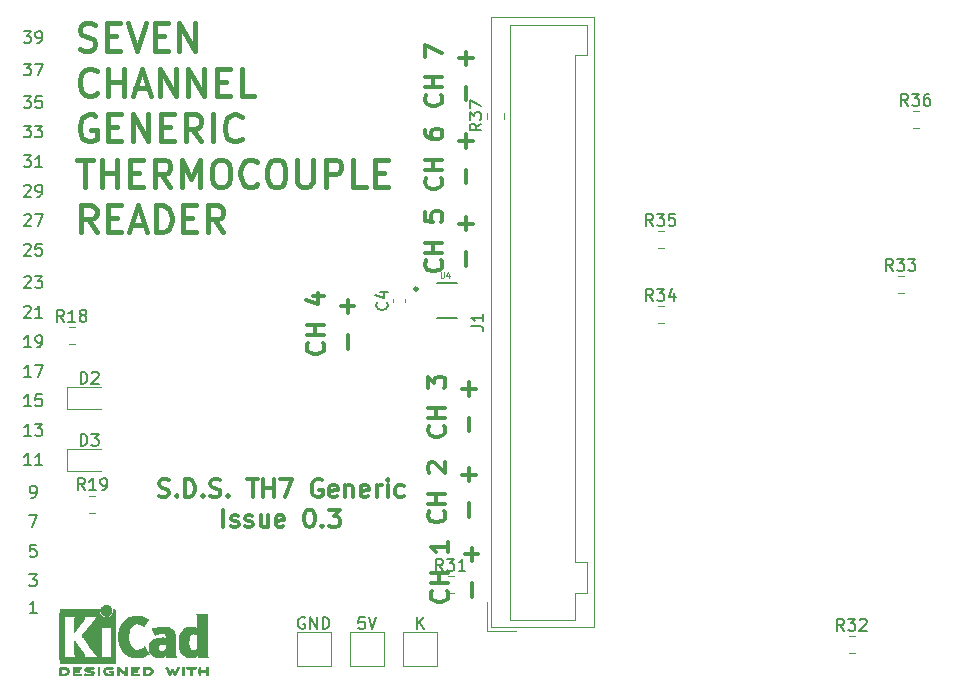
<source format=gbr>
G04 #@! TF.GenerationSoftware,KiCad,Pcbnew,6.0.0-rc1-unknown-46fddab~66~ubuntu16.04.1*
G04 #@! TF.CreationDate,2018-09-28T18:46:46+01:00*
G04 #@! TF.ProjectId,test,746573742E6B696361645F7063620000,rev?*
G04 #@! TF.SameCoordinates,Original*
G04 #@! TF.FileFunction,Legend,Top*
G04 #@! TF.FilePolarity,Positive*
%FSLAX46Y46*%
G04 Gerber Fmt 4.6, Leading zero omitted, Abs format (unit mm)*
G04 Created by KiCad (PCBNEW 6.0.0-rc1-unknown-46fddab~66~ubuntu16.04.1) date Fri Sep 28 18:46:46 2018*
%MOMM*%
%LPD*%
G01*
G04 APERTURE LIST*
%ADD10C,0.400000*%
%ADD11C,0.150000*%
%ADD12C,0.300000*%
%ADD13C,0.120000*%
%ADD14C,0.127000*%
%ADD15C,0.010000*%
%ADD16C,0.050000*%
G04 APERTURE END LIST*
D10*
X148948095Y-54980952D02*
X149276666Y-55090476D01*
X149824285Y-55090476D01*
X150043333Y-54980952D01*
X150152857Y-54871428D01*
X150262380Y-54652380D01*
X150262380Y-54433333D01*
X150152857Y-54214285D01*
X150043333Y-54104761D01*
X149824285Y-53995238D01*
X149386190Y-53885714D01*
X149167142Y-53776190D01*
X149057619Y-53666666D01*
X148948095Y-53447619D01*
X148948095Y-53228571D01*
X149057619Y-53009523D01*
X149167142Y-52900000D01*
X149386190Y-52790476D01*
X149933809Y-52790476D01*
X150262380Y-52900000D01*
X151248095Y-53885714D02*
X152014761Y-53885714D01*
X152343333Y-55090476D02*
X151248095Y-55090476D01*
X151248095Y-52790476D01*
X152343333Y-52790476D01*
X153000476Y-52790476D02*
X153767142Y-55090476D01*
X154533809Y-52790476D01*
X155300476Y-53885714D02*
X156067142Y-53885714D01*
X156395714Y-55090476D02*
X155300476Y-55090476D01*
X155300476Y-52790476D01*
X156395714Y-52790476D01*
X157381428Y-55090476D02*
X157381428Y-52790476D01*
X158695714Y-55090476D01*
X158695714Y-52790476D01*
X150371904Y-58721428D02*
X150262380Y-58830952D01*
X149933809Y-58940476D01*
X149714761Y-58940476D01*
X149386190Y-58830952D01*
X149167142Y-58611904D01*
X149057619Y-58392857D01*
X148948095Y-57954761D01*
X148948095Y-57626190D01*
X149057619Y-57188095D01*
X149167142Y-56969047D01*
X149386190Y-56750000D01*
X149714761Y-56640476D01*
X149933809Y-56640476D01*
X150262380Y-56750000D01*
X150371904Y-56859523D01*
X151357619Y-58940476D02*
X151357619Y-56640476D01*
X151357619Y-57735714D02*
X152671904Y-57735714D01*
X152671904Y-58940476D02*
X152671904Y-56640476D01*
X153657619Y-58283333D02*
X154752857Y-58283333D01*
X153438571Y-58940476D02*
X154205238Y-56640476D01*
X154971904Y-58940476D01*
X155738571Y-58940476D02*
X155738571Y-56640476D01*
X157052857Y-58940476D01*
X157052857Y-56640476D01*
X158148095Y-58940476D02*
X158148095Y-56640476D01*
X159462380Y-58940476D01*
X159462380Y-56640476D01*
X160557619Y-57735714D02*
X161324285Y-57735714D01*
X161652857Y-58940476D02*
X160557619Y-58940476D01*
X160557619Y-56640476D01*
X161652857Y-56640476D01*
X163733809Y-58940476D02*
X162638571Y-58940476D01*
X162638571Y-56640476D01*
X150262380Y-60600000D02*
X150043333Y-60490476D01*
X149714761Y-60490476D01*
X149386190Y-60600000D01*
X149167142Y-60819047D01*
X149057619Y-61038095D01*
X148948095Y-61476190D01*
X148948095Y-61804761D01*
X149057619Y-62242857D01*
X149167142Y-62461904D01*
X149386190Y-62680952D01*
X149714761Y-62790476D01*
X149933809Y-62790476D01*
X150262380Y-62680952D01*
X150371904Y-62571428D01*
X150371904Y-61804761D01*
X149933809Y-61804761D01*
X151357619Y-61585714D02*
X152124285Y-61585714D01*
X152452857Y-62790476D02*
X151357619Y-62790476D01*
X151357619Y-60490476D01*
X152452857Y-60490476D01*
X153438571Y-62790476D02*
X153438571Y-60490476D01*
X154752857Y-62790476D01*
X154752857Y-60490476D01*
X155848095Y-61585714D02*
X156614761Y-61585714D01*
X156943333Y-62790476D02*
X155848095Y-62790476D01*
X155848095Y-60490476D01*
X156943333Y-60490476D01*
X159243333Y-62790476D02*
X158476666Y-61695238D01*
X157929047Y-62790476D02*
X157929047Y-60490476D01*
X158805238Y-60490476D01*
X159024285Y-60600000D01*
X159133809Y-60709523D01*
X159243333Y-60928571D01*
X159243333Y-61257142D01*
X159133809Y-61476190D01*
X159024285Y-61585714D01*
X158805238Y-61695238D01*
X157929047Y-61695238D01*
X160229047Y-62790476D02*
X160229047Y-60490476D01*
X162638571Y-62571428D02*
X162529047Y-62680952D01*
X162200476Y-62790476D01*
X161981428Y-62790476D01*
X161652857Y-62680952D01*
X161433809Y-62461904D01*
X161324285Y-62242857D01*
X161214761Y-61804761D01*
X161214761Y-61476190D01*
X161324285Y-61038095D01*
X161433809Y-60819047D01*
X161652857Y-60600000D01*
X161981428Y-60490476D01*
X162200476Y-60490476D01*
X162529047Y-60600000D01*
X162638571Y-60709523D01*
X148729047Y-64340476D02*
X150043333Y-64340476D01*
X149386190Y-66640476D02*
X149386190Y-64340476D01*
X150810000Y-66640476D02*
X150810000Y-64340476D01*
X150810000Y-65435714D02*
X152124285Y-65435714D01*
X152124285Y-66640476D02*
X152124285Y-64340476D01*
X153219523Y-65435714D02*
X153986190Y-65435714D01*
X154314761Y-66640476D02*
X153219523Y-66640476D01*
X153219523Y-64340476D01*
X154314761Y-64340476D01*
X156614761Y-66640476D02*
X155848095Y-65545238D01*
X155300476Y-66640476D02*
X155300476Y-64340476D01*
X156176666Y-64340476D01*
X156395714Y-64450000D01*
X156505238Y-64559523D01*
X156614761Y-64778571D01*
X156614761Y-65107142D01*
X156505238Y-65326190D01*
X156395714Y-65435714D01*
X156176666Y-65545238D01*
X155300476Y-65545238D01*
X157600476Y-66640476D02*
X157600476Y-64340476D01*
X158367142Y-65983333D01*
X159133809Y-64340476D01*
X159133809Y-66640476D01*
X160667142Y-64340476D02*
X161105238Y-64340476D01*
X161324285Y-64450000D01*
X161543333Y-64669047D01*
X161652857Y-65107142D01*
X161652857Y-65873809D01*
X161543333Y-66311904D01*
X161324285Y-66530952D01*
X161105238Y-66640476D01*
X160667142Y-66640476D01*
X160448095Y-66530952D01*
X160229047Y-66311904D01*
X160119523Y-65873809D01*
X160119523Y-65107142D01*
X160229047Y-64669047D01*
X160448095Y-64450000D01*
X160667142Y-64340476D01*
X163952857Y-66421428D02*
X163843333Y-66530952D01*
X163514761Y-66640476D01*
X163295714Y-66640476D01*
X162967142Y-66530952D01*
X162748095Y-66311904D01*
X162638571Y-66092857D01*
X162529047Y-65654761D01*
X162529047Y-65326190D01*
X162638571Y-64888095D01*
X162748095Y-64669047D01*
X162967142Y-64450000D01*
X163295714Y-64340476D01*
X163514761Y-64340476D01*
X163843333Y-64450000D01*
X163952857Y-64559523D01*
X165376666Y-64340476D02*
X165814761Y-64340476D01*
X166033809Y-64450000D01*
X166252857Y-64669047D01*
X166362380Y-65107142D01*
X166362380Y-65873809D01*
X166252857Y-66311904D01*
X166033809Y-66530952D01*
X165814761Y-66640476D01*
X165376666Y-66640476D01*
X165157619Y-66530952D01*
X164938571Y-66311904D01*
X164829047Y-65873809D01*
X164829047Y-65107142D01*
X164938571Y-64669047D01*
X165157619Y-64450000D01*
X165376666Y-64340476D01*
X167348095Y-64340476D02*
X167348095Y-66202380D01*
X167457619Y-66421428D01*
X167567142Y-66530952D01*
X167786190Y-66640476D01*
X168224285Y-66640476D01*
X168443333Y-66530952D01*
X168552857Y-66421428D01*
X168662380Y-66202380D01*
X168662380Y-64340476D01*
X169757619Y-66640476D02*
X169757619Y-64340476D01*
X170633809Y-64340476D01*
X170852857Y-64450000D01*
X170962380Y-64559523D01*
X171071904Y-64778571D01*
X171071904Y-65107142D01*
X170962380Y-65326190D01*
X170852857Y-65435714D01*
X170633809Y-65545238D01*
X169757619Y-65545238D01*
X173152857Y-66640476D02*
X172057619Y-66640476D01*
X172057619Y-64340476D01*
X173919523Y-65435714D02*
X174686190Y-65435714D01*
X175014761Y-66640476D02*
X173919523Y-66640476D01*
X173919523Y-64340476D01*
X175014761Y-64340476D01*
X150371904Y-70490476D02*
X149605238Y-69395238D01*
X149057619Y-70490476D02*
X149057619Y-68190476D01*
X149933809Y-68190476D01*
X150152857Y-68300000D01*
X150262380Y-68409523D01*
X150371904Y-68628571D01*
X150371904Y-68957142D01*
X150262380Y-69176190D01*
X150152857Y-69285714D01*
X149933809Y-69395238D01*
X149057619Y-69395238D01*
X151357619Y-69285714D02*
X152124285Y-69285714D01*
X152452857Y-70490476D02*
X151357619Y-70490476D01*
X151357619Y-68190476D01*
X152452857Y-68190476D01*
X153329047Y-69833333D02*
X154424285Y-69833333D01*
X153110000Y-70490476D02*
X153876666Y-68190476D01*
X154643333Y-70490476D01*
X155410000Y-70490476D02*
X155410000Y-68190476D01*
X155957619Y-68190476D01*
X156286190Y-68300000D01*
X156505238Y-68519047D01*
X156614761Y-68738095D01*
X156724285Y-69176190D01*
X156724285Y-69504761D01*
X156614761Y-69942857D01*
X156505238Y-70161904D01*
X156286190Y-70380952D01*
X155957619Y-70490476D01*
X155410000Y-70490476D01*
X157710000Y-69285714D02*
X158476666Y-69285714D01*
X158805238Y-70490476D02*
X157710000Y-70490476D01*
X157710000Y-68190476D01*
X158805238Y-68190476D01*
X161105238Y-70490476D02*
X160338571Y-69395238D01*
X159790952Y-70490476D02*
X159790952Y-68190476D01*
X160667142Y-68190476D01*
X160886190Y-68300000D01*
X160995714Y-68409523D01*
X161105238Y-68628571D01*
X161105238Y-68957142D01*
X160995714Y-69176190D01*
X160886190Y-69285714D01*
X160667142Y-69395238D01*
X159790952Y-69395238D01*
D11*
X144190476Y-53452380D02*
X144809523Y-53452380D01*
X144476190Y-53833333D01*
X144619047Y-53833333D01*
X144714285Y-53880952D01*
X144761904Y-53928571D01*
X144809523Y-54023809D01*
X144809523Y-54261904D01*
X144761904Y-54357142D01*
X144714285Y-54404761D01*
X144619047Y-54452380D01*
X144333333Y-54452380D01*
X144238095Y-54404761D01*
X144190476Y-54357142D01*
X145285714Y-54452380D02*
X145476190Y-54452380D01*
X145571428Y-54404761D01*
X145619047Y-54357142D01*
X145714285Y-54214285D01*
X145761904Y-54023809D01*
X145761904Y-53642857D01*
X145714285Y-53547619D01*
X145666666Y-53500000D01*
X145571428Y-53452380D01*
X145380952Y-53452380D01*
X145285714Y-53500000D01*
X145238095Y-53547619D01*
X145190476Y-53642857D01*
X145190476Y-53880952D01*
X145238095Y-53976190D01*
X145285714Y-54023809D01*
X145380952Y-54071428D01*
X145571428Y-54071428D01*
X145666666Y-54023809D01*
X145714285Y-53976190D01*
X145761904Y-53880952D01*
X144190476Y-56202380D02*
X144809523Y-56202380D01*
X144476190Y-56583333D01*
X144619047Y-56583333D01*
X144714285Y-56630952D01*
X144761904Y-56678571D01*
X144809523Y-56773809D01*
X144809523Y-57011904D01*
X144761904Y-57107142D01*
X144714285Y-57154761D01*
X144619047Y-57202380D01*
X144333333Y-57202380D01*
X144238095Y-57154761D01*
X144190476Y-57107142D01*
X145142857Y-56202380D02*
X145809523Y-56202380D01*
X145380952Y-57202380D01*
X144190476Y-58952380D02*
X144809523Y-58952380D01*
X144476190Y-59333333D01*
X144619047Y-59333333D01*
X144714285Y-59380952D01*
X144761904Y-59428571D01*
X144809523Y-59523809D01*
X144809523Y-59761904D01*
X144761904Y-59857142D01*
X144714285Y-59904761D01*
X144619047Y-59952380D01*
X144333333Y-59952380D01*
X144238095Y-59904761D01*
X144190476Y-59857142D01*
X145714285Y-58952380D02*
X145238095Y-58952380D01*
X145190476Y-59428571D01*
X145238095Y-59380952D01*
X145333333Y-59333333D01*
X145571428Y-59333333D01*
X145666666Y-59380952D01*
X145714285Y-59428571D01*
X145761904Y-59523809D01*
X145761904Y-59761904D01*
X145714285Y-59857142D01*
X145666666Y-59904761D01*
X145571428Y-59952380D01*
X145333333Y-59952380D01*
X145238095Y-59904761D01*
X145190476Y-59857142D01*
X144190476Y-61452380D02*
X144809523Y-61452380D01*
X144476190Y-61833333D01*
X144619047Y-61833333D01*
X144714285Y-61880952D01*
X144761904Y-61928571D01*
X144809523Y-62023809D01*
X144809523Y-62261904D01*
X144761904Y-62357142D01*
X144714285Y-62404761D01*
X144619047Y-62452380D01*
X144333333Y-62452380D01*
X144238095Y-62404761D01*
X144190476Y-62357142D01*
X145142857Y-61452380D02*
X145761904Y-61452380D01*
X145428571Y-61833333D01*
X145571428Y-61833333D01*
X145666666Y-61880952D01*
X145714285Y-61928571D01*
X145761904Y-62023809D01*
X145761904Y-62261904D01*
X145714285Y-62357142D01*
X145666666Y-62404761D01*
X145571428Y-62452380D01*
X145285714Y-62452380D01*
X145190476Y-62404761D01*
X145142857Y-62357142D01*
X144190476Y-63952380D02*
X144809523Y-63952380D01*
X144476190Y-64333333D01*
X144619047Y-64333333D01*
X144714285Y-64380952D01*
X144761904Y-64428571D01*
X144809523Y-64523809D01*
X144809523Y-64761904D01*
X144761904Y-64857142D01*
X144714285Y-64904761D01*
X144619047Y-64952380D01*
X144333333Y-64952380D01*
X144238095Y-64904761D01*
X144190476Y-64857142D01*
X145761904Y-64952380D02*
X145190476Y-64952380D01*
X145476190Y-64952380D02*
X145476190Y-63952380D01*
X145380952Y-64095238D01*
X145285714Y-64190476D01*
X145190476Y-64238095D01*
X144238095Y-66547619D02*
X144285714Y-66500000D01*
X144380952Y-66452380D01*
X144619047Y-66452380D01*
X144714285Y-66500000D01*
X144761904Y-66547619D01*
X144809523Y-66642857D01*
X144809523Y-66738095D01*
X144761904Y-66880952D01*
X144190476Y-67452380D01*
X144809523Y-67452380D01*
X145285714Y-67452380D02*
X145476190Y-67452380D01*
X145571428Y-67404761D01*
X145619047Y-67357142D01*
X145714285Y-67214285D01*
X145761904Y-67023809D01*
X145761904Y-66642857D01*
X145714285Y-66547619D01*
X145666666Y-66500000D01*
X145571428Y-66452380D01*
X145380952Y-66452380D01*
X145285714Y-66500000D01*
X145238095Y-66547619D01*
X145190476Y-66642857D01*
X145190476Y-66880952D01*
X145238095Y-66976190D01*
X145285714Y-67023809D01*
X145380952Y-67071428D01*
X145571428Y-67071428D01*
X145666666Y-67023809D01*
X145714285Y-66976190D01*
X145761904Y-66880952D01*
X144238095Y-69047619D02*
X144285714Y-69000000D01*
X144380952Y-68952380D01*
X144619047Y-68952380D01*
X144714285Y-69000000D01*
X144761904Y-69047619D01*
X144809523Y-69142857D01*
X144809523Y-69238095D01*
X144761904Y-69380952D01*
X144190476Y-69952380D01*
X144809523Y-69952380D01*
X145142857Y-68952380D02*
X145809523Y-68952380D01*
X145380952Y-69952380D01*
X144238095Y-71547619D02*
X144285714Y-71500000D01*
X144380952Y-71452380D01*
X144619047Y-71452380D01*
X144714285Y-71500000D01*
X144761904Y-71547619D01*
X144809523Y-71642857D01*
X144809523Y-71738095D01*
X144761904Y-71880952D01*
X144190476Y-72452380D01*
X144809523Y-72452380D01*
X145714285Y-71452380D02*
X145238095Y-71452380D01*
X145190476Y-71928571D01*
X145238095Y-71880952D01*
X145333333Y-71833333D01*
X145571428Y-71833333D01*
X145666666Y-71880952D01*
X145714285Y-71928571D01*
X145761904Y-72023809D01*
X145761904Y-72261904D01*
X145714285Y-72357142D01*
X145666666Y-72404761D01*
X145571428Y-72452380D01*
X145333333Y-72452380D01*
X145238095Y-72404761D01*
X145190476Y-72357142D01*
X144238095Y-74297619D02*
X144285714Y-74250000D01*
X144380952Y-74202380D01*
X144619047Y-74202380D01*
X144714285Y-74250000D01*
X144761904Y-74297619D01*
X144809523Y-74392857D01*
X144809523Y-74488095D01*
X144761904Y-74630952D01*
X144190476Y-75202380D01*
X144809523Y-75202380D01*
X145142857Y-74202380D02*
X145761904Y-74202380D01*
X145428571Y-74583333D01*
X145571428Y-74583333D01*
X145666666Y-74630952D01*
X145714285Y-74678571D01*
X145761904Y-74773809D01*
X145761904Y-75011904D01*
X145714285Y-75107142D01*
X145666666Y-75154761D01*
X145571428Y-75202380D01*
X145285714Y-75202380D01*
X145190476Y-75154761D01*
X145142857Y-75107142D01*
X144238095Y-76797619D02*
X144285714Y-76750000D01*
X144380952Y-76702380D01*
X144619047Y-76702380D01*
X144714285Y-76750000D01*
X144761904Y-76797619D01*
X144809523Y-76892857D01*
X144809523Y-76988095D01*
X144761904Y-77130952D01*
X144190476Y-77702380D01*
X144809523Y-77702380D01*
X145761904Y-77702380D02*
X145190476Y-77702380D01*
X145476190Y-77702380D02*
X145476190Y-76702380D01*
X145380952Y-76845238D01*
X145285714Y-76940476D01*
X145190476Y-76988095D01*
X144809523Y-80202380D02*
X144238095Y-80202380D01*
X144523809Y-80202380D02*
X144523809Y-79202380D01*
X144428571Y-79345238D01*
X144333333Y-79440476D01*
X144238095Y-79488095D01*
X145285714Y-80202380D02*
X145476190Y-80202380D01*
X145571428Y-80154761D01*
X145619047Y-80107142D01*
X145714285Y-79964285D01*
X145761904Y-79773809D01*
X145761904Y-79392857D01*
X145714285Y-79297619D01*
X145666666Y-79250000D01*
X145571428Y-79202380D01*
X145380952Y-79202380D01*
X145285714Y-79250000D01*
X145238095Y-79297619D01*
X145190476Y-79392857D01*
X145190476Y-79630952D01*
X145238095Y-79726190D01*
X145285714Y-79773809D01*
X145380952Y-79821428D01*
X145571428Y-79821428D01*
X145666666Y-79773809D01*
X145714285Y-79726190D01*
X145761904Y-79630952D01*
X144809523Y-82702380D02*
X144238095Y-82702380D01*
X144523809Y-82702380D02*
X144523809Y-81702380D01*
X144428571Y-81845238D01*
X144333333Y-81940476D01*
X144238095Y-81988095D01*
X145142857Y-81702380D02*
X145809523Y-81702380D01*
X145380952Y-82702380D01*
X144809523Y-85202380D02*
X144238095Y-85202380D01*
X144523809Y-85202380D02*
X144523809Y-84202380D01*
X144428571Y-84345238D01*
X144333333Y-84440476D01*
X144238095Y-84488095D01*
X145714285Y-84202380D02*
X145238095Y-84202380D01*
X145190476Y-84678571D01*
X145238095Y-84630952D01*
X145333333Y-84583333D01*
X145571428Y-84583333D01*
X145666666Y-84630952D01*
X145714285Y-84678571D01*
X145761904Y-84773809D01*
X145761904Y-85011904D01*
X145714285Y-85107142D01*
X145666666Y-85154761D01*
X145571428Y-85202380D01*
X145333333Y-85202380D01*
X145238095Y-85154761D01*
X145190476Y-85107142D01*
X144809523Y-87702380D02*
X144238095Y-87702380D01*
X144523809Y-87702380D02*
X144523809Y-86702380D01*
X144428571Y-86845238D01*
X144333333Y-86940476D01*
X144238095Y-86988095D01*
X145142857Y-86702380D02*
X145761904Y-86702380D01*
X145428571Y-87083333D01*
X145571428Y-87083333D01*
X145666666Y-87130952D01*
X145714285Y-87178571D01*
X145761904Y-87273809D01*
X145761904Y-87511904D01*
X145714285Y-87607142D01*
X145666666Y-87654761D01*
X145571428Y-87702380D01*
X145285714Y-87702380D01*
X145190476Y-87654761D01*
X145142857Y-87607142D01*
X144809523Y-90202380D02*
X144238095Y-90202380D01*
X144523809Y-90202380D02*
X144523809Y-89202380D01*
X144428571Y-89345238D01*
X144333333Y-89440476D01*
X144238095Y-89488095D01*
X145761904Y-90202380D02*
X145190476Y-90202380D01*
X145476190Y-90202380D02*
X145476190Y-89202380D01*
X145380952Y-89345238D01*
X145285714Y-89440476D01*
X145190476Y-89488095D01*
X144809523Y-92952380D02*
X145000000Y-92952380D01*
X145095238Y-92904761D01*
X145142857Y-92857142D01*
X145238095Y-92714285D01*
X145285714Y-92523809D01*
X145285714Y-92142857D01*
X145238095Y-92047619D01*
X145190476Y-92000000D01*
X145095238Y-91952380D01*
X144904761Y-91952380D01*
X144809523Y-92000000D01*
X144761904Y-92047619D01*
X144714285Y-92142857D01*
X144714285Y-92380952D01*
X144761904Y-92476190D01*
X144809523Y-92523809D01*
X144904761Y-92571428D01*
X145095238Y-92571428D01*
X145190476Y-92523809D01*
X145238095Y-92476190D01*
X145285714Y-92380952D01*
X144666666Y-94452380D02*
X145333333Y-94452380D01*
X144904761Y-95452380D01*
X145238095Y-96952380D02*
X144761904Y-96952380D01*
X144714285Y-97428571D01*
X144761904Y-97380952D01*
X144857142Y-97333333D01*
X145095238Y-97333333D01*
X145190476Y-97380952D01*
X145238095Y-97428571D01*
X145285714Y-97523809D01*
X145285714Y-97761904D01*
X145238095Y-97857142D01*
X145190476Y-97904761D01*
X145095238Y-97952380D01*
X144857142Y-97952380D01*
X144761904Y-97904761D01*
X144714285Y-97857142D01*
X144666666Y-99452380D02*
X145285714Y-99452380D01*
X144952380Y-99833333D01*
X145095238Y-99833333D01*
X145190476Y-99880952D01*
X145238095Y-99928571D01*
X145285714Y-100023809D01*
X145285714Y-100261904D01*
X145238095Y-100357142D01*
X145190476Y-100404761D01*
X145095238Y-100452380D01*
X144809523Y-100452380D01*
X144714285Y-100404761D01*
X144666666Y-100357142D01*
X145285714Y-102702380D02*
X144714285Y-102702380D01*
X145000000Y-102702380D02*
X145000000Y-101702380D01*
X144904761Y-101845238D01*
X144809523Y-101940476D01*
X144714285Y-101988095D01*
D12*
X179510714Y-58857142D02*
X179582142Y-58928571D01*
X179653571Y-59142857D01*
X179653571Y-59285714D01*
X179582142Y-59500000D01*
X179439285Y-59642857D01*
X179296428Y-59714285D01*
X179010714Y-59785714D01*
X178796428Y-59785714D01*
X178510714Y-59714285D01*
X178367857Y-59642857D01*
X178225000Y-59500000D01*
X178153571Y-59285714D01*
X178153571Y-59142857D01*
X178225000Y-58928571D01*
X178296428Y-58857142D01*
X179653571Y-58214285D02*
X178153571Y-58214285D01*
X178867857Y-58214285D02*
X178867857Y-57357142D01*
X179653571Y-57357142D02*
X178153571Y-57357142D01*
X178153571Y-55642857D02*
X178153571Y-54642857D01*
X179653571Y-55285714D01*
X181632142Y-59321428D02*
X181632142Y-58178571D01*
X181632142Y-56321428D02*
X181632142Y-55178571D01*
X182203571Y-55750000D02*
X181060714Y-55750000D01*
X179510714Y-65857142D02*
X179582142Y-65928571D01*
X179653571Y-66142857D01*
X179653571Y-66285714D01*
X179582142Y-66500000D01*
X179439285Y-66642857D01*
X179296428Y-66714285D01*
X179010714Y-66785714D01*
X178796428Y-66785714D01*
X178510714Y-66714285D01*
X178367857Y-66642857D01*
X178225000Y-66500000D01*
X178153571Y-66285714D01*
X178153571Y-66142857D01*
X178225000Y-65928571D01*
X178296428Y-65857142D01*
X179653571Y-65214285D02*
X178153571Y-65214285D01*
X178867857Y-65214285D02*
X178867857Y-64357142D01*
X179653571Y-64357142D02*
X178153571Y-64357142D01*
X178153571Y-61857142D02*
X178153571Y-62142857D01*
X178225000Y-62285714D01*
X178296428Y-62357142D01*
X178510714Y-62500000D01*
X178796428Y-62571428D01*
X179367857Y-62571428D01*
X179510714Y-62500000D01*
X179582142Y-62428571D01*
X179653571Y-62285714D01*
X179653571Y-62000000D01*
X179582142Y-61857142D01*
X179510714Y-61785714D01*
X179367857Y-61714285D01*
X179010714Y-61714285D01*
X178867857Y-61785714D01*
X178796428Y-61857142D01*
X178725000Y-62000000D01*
X178725000Y-62285714D01*
X178796428Y-62428571D01*
X178867857Y-62500000D01*
X179010714Y-62571428D01*
X181632142Y-66321428D02*
X181632142Y-65178571D01*
X181632142Y-63321428D02*
X181632142Y-62178571D01*
X182203571Y-62750000D02*
X181060714Y-62750000D01*
X179510714Y-72857142D02*
X179582142Y-72928571D01*
X179653571Y-73142857D01*
X179653571Y-73285714D01*
X179582142Y-73500000D01*
X179439285Y-73642857D01*
X179296428Y-73714285D01*
X179010714Y-73785714D01*
X178796428Y-73785714D01*
X178510714Y-73714285D01*
X178367857Y-73642857D01*
X178225000Y-73500000D01*
X178153571Y-73285714D01*
X178153571Y-73142857D01*
X178225000Y-72928571D01*
X178296428Y-72857142D01*
X179653571Y-72214285D02*
X178153571Y-72214285D01*
X178867857Y-72214285D02*
X178867857Y-71357142D01*
X179653571Y-71357142D02*
X178153571Y-71357142D01*
X178153571Y-68785714D02*
X178153571Y-69500000D01*
X178867857Y-69571428D01*
X178796428Y-69500000D01*
X178725000Y-69357142D01*
X178725000Y-69000000D01*
X178796428Y-68857142D01*
X178867857Y-68785714D01*
X179010714Y-68714285D01*
X179367857Y-68714285D01*
X179510714Y-68785714D01*
X179582142Y-68857142D01*
X179653571Y-69000000D01*
X179653571Y-69357142D01*
X179582142Y-69500000D01*
X179510714Y-69571428D01*
X181632142Y-73321428D02*
X181632142Y-72178571D01*
X181632142Y-70321428D02*
X181632142Y-69178571D01*
X182203571Y-69750000D02*
X181060714Y-69750000D01*
X169510714Y-79857142D02*
X169582142Y-79928571D01*
X169653571Y-80142857D01*
X169653571Y-80285714D01*
X169582142Y-80500000D01*
X169439285Y-80642857D01*
X169296428Y-80714285D01*
X169010714Y-80785714D01*
X168796428Y-80785714D01*
X168510714Y-80714285D01*
X168367857Y-80642857D01*
X168225000Y-80500000D01*
X168153571Y-80285714D01*
X168153571Y-80142857D01*
X168225000Y-79928571D01*
X168296428Y-79857142D01*
X169653571Y-79214285D02*
X168153571Y-79214285D01*
X168867857Y-79214285D02*
X168867857Y-78357142D01*
X169653571Y-78357142D02*
X168153571Y-78357142D01*
X168653571Y-75857142D02*
X169653571Y-75857142D01*
X168082142Y-76214285D02*
X169153571Y-76571428D01*
X169153571Y-75642857D01*
X171632142Y-80321428D02*
X171632142Y-79178571D01*
X171632142Y-77321428D02*
X171632142Y-76178571D01*
X172203571Y-76750000D02*
X171060714Y-76750000D01*
X179760714Y-86857142D02*
X179832142Y-86928571D01*
X179903571Y-87142857D01*
X179903571Y-87285714D01*
X179832142Y-87500000D01*
X179689285Y-87642857D01*
X179546428Y-87714285D01*
X179260714Y-87785714D01*
X179046428Y-87785714D01*
X178760714Y-87714285D01*
X178617857Y-87642857D01*
X178475000Y-87500000D01*
X178403571Y-87285714D01*
X178403571Y-87142857D01*
X178475000Y-86928571D01*
X178546428Y-86857142D01*
X179903571Y-86214285D02*
X178403571Y-86214285D01*
X179117857Y-86214285D02*
X179117857Y-85357142D01*
X179903571Y-85357142D02*
X178403571Y-85357142D01*
X178403571Y-83642857D02*
X178403571Y-82714285D01*
X178975000Y-83214285D01*
X178975000Y-83000000D01*
X179046428Y-82857142D01*
X179117857Y-82785714D01*
X179260714Y-82714285D01*
X179617857Y-82714285D01*
X179760714Y-82785714D01*
X179832142Y-82857142D01*
X179903571Y-83000000D01*
X179903571Y-83428571D01*
X179832142Y-83571428D01*
X179760714Y-83642857D01*
X181882142Y-87321428D02*
X181882142Y-86178571D01*
X181882142Y-84321428D02*
X181882142Y-83178571D01*
X182453571Y-83750000D02*
X181310714Y-83750000D01*
X179760714Y-94107142D02*
X179832142Y-94178571D01*
X179903571Y-94392857D01*
X179903571Y-94535714D01*
X179832142Y-94750000D01*
X179689285Y-94892857D01*
X179546428Y-94964285D01*
X179260714Y-95035714D01*
X179046428Y-95035714D01*
X178760714Y-94964285D01*
X178617857Y-94892857D01*
X178475000Y-94750000D01*
X178403571Y-94535714D01*
X178403571Y-94392857D01*
X178475000Y-94178571D01*
X178546428Y-94107142D01*
X179903571Y-93464285D02*
X178403571Y-93464285D01*
X179117857Y-93464285D02*
X179117857Y-92607142D01*
X179903571Y-92607142D02*
X178403571Y-92607142D01*
X178546428Y-90821428D02*
X178475000Y-90750000D01*
X178403571Y-90607142D01*
X178403571Y-90250000D01*
X178475000Y-90107142D01*
X178546428Y-90035714D01*
X178689285Y-89964285D01*
X178832142Y-89964285D01*
X179046428Y-90035714D01*
X179903571Y-90892857D01*
X179903571Y-89964285D01*
X181882142Y-94571428D02*
X181882142Y-93428571D01*
X181882142Y-91571428D02*
X181882142Y-90428571D01*
X182453571Y-91000000D02*
X181310714Y-91000000D01*
X180010714Y-100857142D02*
X180082142Y-100928571D01*
X180153571Y-101142857D01*
X180153571Y-101285714D01*
X180082142Y-101500000D01*
X179939285Y-101642857D01*
X179796428Y-101714285D01*
X179510714Y-101785714D01*
X179296428Y-101785714D01*
X179010714Y-101714285D01*
X178867857Y-101642857D01*
X178725000Y-101500000D01*
X178653571Y-101285714D01*
X178653571Y-101142857D01*
X178725000Y-100928571D01*
X178796428Y-100857142D01*
X180153571Y-100214285D02*
X178653571Y-100214285D01*
X179367857Y-100214285D02*
X179367857Y-99357142D01*
X180153571Y-99357142D02*
X178653571Y-99357142D01*
X180153571Y-96714285D02*
X180153571Y-97571428D01*
X180153571Y-97142857D02*
X178653571Y-97142857D01*
X178867857Y-97285714D01*
X179010714Y-97428571D01*
X179082142Y-97571428D01*
X182132142Y-101321428D02*
X182132142Y-100178571D01*
X182132142Y-98321428D02*
X182132142Y-97178571D01*
X182703571Y-97750000D02*
X181560714Y-97750000D01*
X155642857Y-92832142D02*
X155857142Y-92903571D01*
X156214285Y-92903571D01*
X156357142Y-92832142D01*
X156428571Y-92760714D01*
X156500000Y-92617857D01*
X156500000Y-92475000D01*
X156428571Y-92332142D01*
X156357142Y-92260714D01*
X156214285Y-92189285D01*
X155928571Y-92117857D01*
X155785714Y-92046428D01*
X155714285Y-91975000D01*
X155642857Y-91832142D01*
X155642857Y-91689285D01*
X155714285Y-91546428D01*
X155785714Y-91475000D01*
X155928571Y-91403571D01*
X156285714Y-91403571D01*
X156500000Y-91475000D01*
X157142857Y-92760714D02*
X157214285Y-92832142D01*
X157142857Y-92903571D01*
X157071428Y-92832142D01*
X157142857Y-92760714D01*
X157142857Y-92903571D01*
X157857142Y-92903571D02*
X157857142Y-91403571D01*
X158214285Y-91403571D01*
X158428571Y-91475000D01*
X158571428Y-91617857D01*
X158642857Y-91760714D01*
X158714285Y-92046428D01*
X158714285Y-92260714D01*
X158642857Y-92546428D01*
X158571428Y-92689285D01*
X158428571Y-92832142D01*
X158214285Y-92903571D01*
X157857142Y-92903571D01*
X159357142Y-92760714D02*
X159428571Y-92832142D01*
X159357142Y-92903571D01*
X159285714Y-92832142D01*
X159357142Y-92760714D01*
X159357142Y-92903571D01*
X160000000Y-92832142D02*
X160214285Y-92903571D01*
X160571428Y-92903571D01*
X160714285Y-92832142D01*
X160785714Y-92760714D01*
X160857142Y-92617857D01*
X160857142Y-92475000D01*
X160785714Y-92332142D01*
X160714285Y-92260714D01*
X160571428Y-92189285D01*
X160285714Y-92117857D01*
X160142857Y-92046428D01*
X160071428Y-91975000D01*
X160000000Y-91832142D01*
X160000000Y-91689285D01*
X160071428Y-91546428D01*
X160142857Y-91475000D01*
X160285714Y-91403571D01*
X160642857Y-91403571D01*
X160857142Y-91475000D01*
X161500000Y-92760714D02*
X161571428Y-92832142D01*
X161500000Y-92903571D01*
X161428571Y-92832142D01*
X161500000Y-92760714D01*
X161500000Y-92903571D01*
X163142857Y-91403571D02*
X164000000Y-91403571D01*
X163571428Y-92903571D02*
X163571428Y-91403571D01*
X164500000Y-92903571D02*
X164500000Y-91403571D01*
X164500000Y-92117857D02*
X165357142Y-92117857D01*
X165357142Y-92903571D02*
X165357142Y-91403571D01*
X165928571Y-91403571D02*
X166928571Y-91403571D01*
X166285714Y-92903571D01*
X169428571Y-91475000D02*
X169285714Y-91403571D01*
X169071428Y-91403571D01*
X168857142Y-91475000D01*
X168714285Y-91617857D01*
X168642857Y-91760714D01*
X168571428Y-92046428D01*
X168571428Y-92260714D01*
X168642857Y-92546428D01*
X168714285Y-92689285D01*
X168857142Y-92832142D01*
X169071428Y-92903571D01*
X169214285Y-92903571D01*
X169428571Y-92832142D01*
X169500000Y-92760714D01*
X169500000Y-92260714D01*
X169214285Y-92260714D01*
X170714285Y-92832142D02*
X170571428Y-92903571D01*
X170285714Y-92903571D01*
X170142857Y-92832142D01*
X170071428Y-92689285D01*
X170071428Y-92117857D01*
X170142857Y-91975000D01*
X170285714Y-91903571D01*
X170571428Y-91903571D01*
X170714285Y-91975000D01*
X170785714Y-92117857D01*
X170785714Y-92260714D01*
X170071428Y-92403571D01*
X171428571Y-91903571D02*
X171428571Y-92903571D01*
X171428571Y-92046428D02*
X171500000Y-91975000D01*
X171642857Y-91903571D01*
X171857142Y-91903571D01*
X172000000Y-91975000D01*
X172071428Y-92117857D01*
X172071428Y-92903571D01*
X173357142Y-92832142D02*
X173214285Y-92903571D01*
X172928571Y-92903571D01*
X172785714Y-92832142D01*
X172714285Y-92689285D01*
X172714285Y-92117857D01*
X172785714Y-91975000D01*
X172928571Y-91903571D01*
X173214285Y-91903571D01*
X173357142Y-91975000D01*
X173428571Y-92117857D01*
X173428571Y-92260714D01*
X172714285Y-92403571D01*
X174071428Y-92903571D02*
X174071428Y-91903571D01*
X174071428Y-92189285D02*
X174142857Y-92046428D01*
X174214285Y-91975000D01*
X174357142Y-91903571D01*
X174500000Y-91903571D01*
X175000000Y-92903571D02*
X175000000Y-91903571D01*
X175000000Y-91403571D02*
X174928571Y-91475000D01*
X175000000Y-91546428D01*
X175071428Y-91475000D01*
X175000000Y-91403571D01*
X175000000Y-91546428D01*
X176357142Y-92832142D02*
X176214285Y-92903571D01*
X175928571Y-92903571D01*
X175785714Y-92832142D01*
X175714285Y-92760714D01*
X175642857Y-92617857D01*
X175642857Y-92189285D01*
X175714285Y-92046428D01*
X175785714Y-91975000D01*
X175928571Y-91903571D01*
X176214285Y-91903571D01*
X176357142Y-91975000D01*
X161107142Y-95453571D02*
X161107142Y-93953571D01*
X161750000Y-95382142D02*
X161892857Y-95453571D01*
X162178571Y-95453571D01*
X162321428Y-95382142D01*
X162392857Y-95239285D01*
X162392857Y-95167857D01*
X162321428Y-95025000D01*
X162178571Y-94953571D01*
X161964285Y-94953571D01*
X161821428Y-94882142D01*
X161750000Y-94739285D01*
X161750000Y-94667857D01*
X161821428Y-94525000D01*
X161964285Y-94453571D01*
X162178571Y-94453571D01*
X162321428Y-94525000D01*
X162964285Y-95382142D02*
X163107142Y-95453571D01*
X163392857Y-95453571D01*
X163535714Y-95382142D01*
X163607142Y-95239285D01*
X163607142Y-95167857D01*
X163535714Y-95025000D01*
X163392857Y-94953571D01*
X163178571Y-94953571D01*
X163035714Y-94882142D01*
X162964285Y-94739285D01*
X162964285Y-94667857D01*
X163035714Y-94525000D01*
X163178571Y-94453571D01*
X163392857Y-94453571D01*
X163535714Y-94525000D01*
X164892857Y-94453571D02*
X164892857Y-95453571D01*
X164250000Y-94453571D02*
X164250000Y-95239285D01*
X164321428Y-95382142D01*
X164464285Y-95453571D01*
X164678571Y-95453571D01*
X164821428Y-95382142D01*
X164892857Y-95310714D01*
X166178571Y-95382142D02*
X166035714Y-95453571D01*
X165750000Y-95453571D01*
X165607142Y-95382142D01*
X165535714Y-95239285D01*
X165535714Y-94667857D01*
X165607142Y-94525000D01*
X165750000Y-94453571D01*
X166035714Y-94453571D01*
X166178571Y-94525000D01*
X166250000Y-94667857D01*
X166250000Y-94810714D01*
X165535714Y-94953571D01*
X168321428Y-93953571D02*
X168464285Y-93953571D01*
X168607142Y-94025000D01*
X168678571Y-94096428D01*
X168750000Y-94239285D01*
X168821428Y-94525000D01*
X168821428Y-94882142D01*
X168750000Y-95167857D01*
X168678571Y-95310714D01*
X168607142Y-95382142D01*
X168464285Y-95453571D01*
X168321428Y-95453571D01*
X168178571Y-95382142D01*
X168107142Y-95310714D01*
X168035714Y-95167857D01*
X167964285Y-94882142D01*
X167964285Y-94525000D01*
X168035714Y-94239285D01*
X168107142Y-94096428D01*
X168178571Y-94025000D01*
X168321428Y-93953571D01*
X169464285Y-95310714D02*
X169535714Y-95382142D01*
X169464285Y-95453571D01*
X169392857Y-95382142D01*
X169464285Y-95310714D01*
X169464285Y-95453571D01*
X170035714Y-93953571D02*
X170964285Y-93953571D01*
X170464285Y-94525000D01*
X170678571Y-94525000D01*
X170821428Y-94596428D01*
X170892857Y-94667857D01*
X170964285Y-94810714D01*
X170964285Y-95167857D01*
X170892857Y-95310714D01*
X170821428Y-95382142D01*
X170678571Y-95453571D01*
X170250000Y-95453571D01*
X170107142Y-95382142D01*
X170035714Y-95310714D01*
D13*
G04 #@! TO.C,K*
X176300000Y-107200000D02*
X176300000Y-104300000D01*
X179200000Y-107200000D02*
X176300000Y-107200000D01*
X179200000Y-104300000D02*
X179200000Y-107200000D01*
X176300000Y-104300000D02*
X179200000Y-104300000D01*
G04 #@! TO.C,5V*
X171800000Y-104300000D02*
X174700000Y-104300000D01*
X174700000Y-104300000D02*
X174700000Y-107200000D01*
X174700000Y-107200000D02*
X171800000Y-107200000D01*
X171800000Y-107200000D02*
X171800000Y-104300000D01*
G04 #@! TO.C,C4*
X176510000Y-76412779D02*
X176510000Y-76087221D01*
X175490000Y-76412779D02*
X175490000Y-76087221D01*
G04 #@! TO.C,J1*
X183740000Y-103910000D02*
X192460000Y-103910000D01*
X192460000Y-103910000D02*
X192460000Y-52290000D01*
X192460000Y-52290000D02*
X183740000Y-52290000D01*
X183740000Y-52290000D02*
X183740000Y-103910000D01*
X185350000Y-103300000D02*
X190850000Y-103300000D01*
X190850000Y-103300000D02*
X190850000Y-101000000D01*
X190850000Y-101000000D02*
X191850000Y-101000000D01*
X191850000Y-101000000D02*
X191850000Y-98400000D01*
X191850000Y-98400000D02*
X190850000Y-98400000D01*
X190850000Y-98400000D02*
X190850000Y-55500000D01*
X190850000Y-55500000D02*
X191850000Y-55500000D01*
X191850000Y-55500000D02*
X191850000Y-52900000D01*
X191850000Y-52900000D02*
X185350000Y-52900000D01*
X185350000Y-52900000D02*
X185350000Y-103300000D01*
X185850000Y-104210000D02*
X183440000Y-104210000D01*
X183440000Y-104210000D02*
X183440000Y-101800000D01*
D12*
G04 #@! TO.C,U4*
X177511000Y-75258000D02*
G75*
G03X177511000Y-75258000I-100000J0D01*
G01*
D14*
X180850000Y-74750000D02*
X179150000Y-74750000D01*
X179150000Y-77750000D02*
X180850000Y-77750000D01*
D13*
G04 #@! TO.C,GND*
X167300000Y-107200000D02*
X167300000Y-104300000D01*
X170200000Y-107200000D02*
X167300000Y-107200000D01*
X170200000Y-104300000D02*
X170200000Y-107200000D01*
X167300000Y-104300000D02*
X170200000Y-104300000D01*
G04 #@! TO.C,D2*
X150750000Y-83540000D02*
X147890000Y-83540000D01*
X147890000Y-83540000D02*
X147890000Y-85460000D01*
X147890000Y-85460000D02*
X150750000Y-85460000D01*
G04 #@! TO.C,D3*
X147890000Y-90710000D02*
X150750000Y-90710000D01*
X147890000Y-88790000D02*
X147890000Y-90710000D01*
X150750000Y-88790000D02*
X147890000Y-88790000D01*
G04 #@! TO.C,R18*
X147991422Y-79960000D02*
X148508578Y-79960000D01*
X147991422Y-78540000D02*
X148508578Y-78540000D01*
G04 #@! TO.C,R19*
X149741422Y-92790000D02*
X150258578Y-92790000D01*
X149741422Y-94210000D02*
X150258578Y-94210000D01*
D15*
G04 #@! TO.C,REF\002A\002A*
G36*
X151226957Y-102026571D02*
X151323232Y-102050809D01*
X151409816Y-102093641D01*
X151484627Y-102153419D01*
X151545582Y-102228494D01*
X151590601Y-102317220D01*
X151616864Y-102413530D01*
X151622714Y-102510795D01*
X151607860Y-102604654D01*
X151574160Y-102692511D01*
X151523472Y-102771770D01*
X151457655Y-102839836D01*
X151378566Y-102894112D01*
X151288066Y-102932002D01*
X151236800Y-102944426D01*
X151192302Y-102951947D01*
X151158001Y-102954919D01*
X151125040Y-102953094D01*
X151084566Y-102946225D01*
X151051469Y-102939250D01*
X150958053Y-102907741D01*
X150874381Y-102856617D01*
X150802335Y-102787429D01*
X150743800Y-102701728D01*
X150729852Y-102674489D01*
X150713414Y-102638122D01*
X150703106Y-102607582D01*
X150697540Y-102575450D01*
X150695331Y-102534307D01*
X150695052Y-102488222D01*
X150699139Y-102403865D01*
X150712554Y-102334586D01*
X150737744Y-102273961D01*
X150777154Y-102215567D01*
X150815702Y-102171302D01*
X150887594Y-102105484D01*
X150962687Y-102060053D01*
X151045438Y-102032850D01*
X151123072Y-102022576D01*
X151226957Y-102026571D01*
X151226957Y-102026571D01*
G37*
X151226957Y-102026571D02*
X151323232Y-102050809D01*
X151409816Y-102093641D01*
X151484627Y-102153419D01*
X151545582Y-102228494D01*
X151590601Y-102317220D01*
X151616864Y-102413530D01*
X151622714Y-102510795D01*
X151607860Y-102604654D01*
X151574160Y-102692511D01*
X151523472Y-102771770D01*
X151457655Y-102839836D01*
X151378566Y-102894112D01*
X151288066Y-102932002D01*
X151236800Y-102944426D01*
X151192302Y-102951947D01*
X151158001Y-102954919D01*
X151125040Y-102953094D01*
X151084566Y-102946225D01*
X151051469Y-102939250D01*
X150958053Y-102907741D01*
X150874381Y-102856617D01*
X150802335Y-102787429D01*
X150743800Y-102701728D01*
X150729852Y-102674489D01*
X150713414Y-102638122D01*
X150703106Y-102607582D01*
X150697540Y-102575450D01*
X150695331Y-102534307D01*
X150695052Y-102488222D01*
X150699139Y-102403865D01*
X150712554Y-102334586D01*
X150737744Y-102273961D01*
X150777154Y-102215567D01*
X150815702Y-102171302D01*
X150887594Y-102105484D01*
X150962687Y-102060053D01*
X151045438Y-102032850D01*
X151123072Y-102022576D01*
X151226957Y-102026571D01*
G36*
X159686507Y-104472245D02*
X159686526Y-104706662D01*
X159686552Y-104919603D01*
X159686625Y-105112168D01*
X159686782Y-105285459D01*
X159687064Y-105440576D01*
X159687509Y-105578620D01*
X159688156Y-105700692D01*
X159689045Y-105807894D01*
X159690213Y-105901326D01*
X159691701Y-105982090D01*
X159693546Y-106051286D01*
X159695789Y-106110015D01*
X159698469Y-106159379D01*
X159701623Y-106200478D01*
X159705292Y-106234413D01*
X159709513Y-106262286D01*
X159714327Y-106285198D01*
X159719773Y-106304249D01*
X159725888Y-106320540D01*
X159732712Y-106335173D01*
X159740285Y-106349249D01*
X159748645Y-106363868D01*
X159753839Y-106372974D01*
X159788104Y-106433689D01*
X158929955Y-106433689D01*
X158929955Y-106337733D01*
X158929224Y-106294370D01*
X158927272Y-106261205D01*
X158924463Y-106243424D01*
X158923221Y-106241778D01*
X158911799Y-106248662D01*
X158889084Y-106266505D01*
X158866385Y-106285879D01*
X158811800Y-106326614D01*
X158742321Y-106367617D01*
X158665270Y-106405123D01*
X158587965Y-106435364D01*
X158557113Y-106445012D01*
X158488616Y-106459578D01*
X158405764Y-106469539D01*
X158316371Y-106474583D01*
X158228248Y-106474396D01*
X158149207Y-106468666D01*
X158111511Y-106462858D01*
X157973414Y-106424797D01*
X157846113Y-106367073D01*
X157730292Y-106290211D01*
X157626637Y-106194739D01*
X157535833Y-106081179D01*
X157469031Y-105970381D01*
X157414164Y-105853625D01*
X157372163Y-105734276D01*
X157342167Y-105608283D01*
X157323311Y-105471594D01*
X157314732Y-105320158D01*
X157314006Y-105242711D01*
X157316100Y-105185934D01*
X158145217Y-105185934D01*
X158145424Y-105279002D01*
X158148337Y-105366692D01*
X158154000Y-105443772D01*
X158162455Y-105505009D01*
X158165038Y-105517350D01*
X158196840Y-105624633D01*
X158238498Y-105711658D01*
X158290363Y-105778642D01*
X158352781Y-105825805D01*
X158426100Y-105853365D01*
X158510669Y-105861541D01*
X158606835Y-105850551D01*
X158670311Y-105834829D01*
X158719454Y-105816639D01*
X158773583Y-105790791D01*
X158814244Y-105767089D01*
X158884800Y-105720721D01*
X158884800Y-104570530D01*
X158817392Y-104526962D01*
X158738867Y-104486040D01*
X158654681Y-104459389D01*
X158569557Y-104447465D01*
X158488216Y-104450722D01*
X158415380Y-104469615D01*
X158383426Y-104485184D01*
X158325501Y-104528181D01*
X158276544Y-104584953D01*
X158235390Y-104657575D01*
X158200874Y-104748121D01*
X158171833Y-104858666D01*
X158170552Y-104864533D01*
X158160381Y-104926788D01*
X158152739Y-105004594D01*
X158147670Y-105092720D01*
X158145217Y-105185934D01*
X157316100Y-105185934D01*
X157321857Y-105029895D01*
X157343802Y-104834059D01*
X157379786Y-104655332D01*
X157429759Y-104493845D01*
X157493668Y-104349726D01*
X157571462Y-104223106D01*
X157663089Y-104114115D01*
X157768497Y-104022883D01*
X157813662Y-103991932D01*
X157914611Y-103935785D01*
X158017901Y-103896174D01*
X158127989Y-103872014D01*
X158249330Y-103862219D01*
X158341836Y-103863265D01*
X158471490Y-103874231D01*
X158584084Y-103896046D01*
X158682875Y-103929714D01*
X158771121Y-103976236D01*
X158819986Y-104010448D01*
X158849353Y-104032362D01*
X158871043Y-104047333D01*
X158879253Y-104051733D01*
X158880868Y-104040904D01*
X158882159Y-104010251D01*
X158883138Y-103962526D01*
X158883817Y-103900479D01*
X158884210Y-103826862D01*
X158884330Y-103744427D01*
X158884188Y-103655925D01*
X158883797Y-103564107D01*
X158883171Y-103471724D01*
X158882320Y-103381528D01*
X158881260Y-103296271D01*
X158880001Y-103218703D01*
X158878556Y-103151576D01*
X158876938Y-103097641D01*
X158875161Y-103059650D01*
X158874669Y-103052667D01*
X158867092Y-102982251D01*
X158855531Y-102927102D01*
X158837792Y-102879981D01*
X158811682Y-102833647D01*
X158805415Y-102824067D01*
X158780983Y-102787378D01*
X159686311Y-102787378D01*
X159686507Y-104472245D01*
X159686507Y-104472245D01*
G37*
X159686507Y-104472245D02*
X159686526Y-104706662D01*
X159686552Y-104919603D01*
X159686625Y-105112168D01*
X159686782Y-105285459D01*
X159687064Y-105440576D01*
X159687509Y-105578620D01*
X159688156Y-105700692D01*
X159689045Y-105807894D01*
X159690213Y-105901326D01*
X159691701Y-105982090D01*
X159693546Y-106051286D01*
X159695789Y-106110015D01*
X159698469Y-106159379D01*
X159701623Y-106200478D01*
X159705292Y-106234413D01*
X159709513Y-106262286D01*
X159714327Y-106285198D01*
X159719773Y-106304249D01*
X159725888Y-106320540D01*
X159732712Y-106335173D01*
X159740285Y-106349249D01*
X159748645Y-106363868D01*
X159753839Y-106372974D01*
X159788104Y-106433689D01*
X158929955Y-106433689D01*
X158929955Y-106337733D01*
X158929224Y-106294370D01*
X158927272Y-106261205D01*
X158924463Y-106243424D01*
X158923221Y-106241778D01*
X158911799Y-106248662D01*
X158889084Y-106266505D01*
X158866385Y-106285879D01*
X158811800Y-106326614D01*
X158742321Y-106367617D01*
X158665270Y-106405123D01*
X158587965Y-106435364D01*
X158557113Y-106445012D01*
X158488616Y-106459578D01*
X158405764Y-106469539D01*
X158316371Y-106474583D01*
X158228248Y-106474396D01*
X158149207Y-106468666D01*
X158111511Y-106462858D01*
X157973414Y-106424797D01*
X157846113Y-106367073D01*
X157730292Y-106290211D01*
X157626637Y-106194739D01*
X157535833Y-106081179D01*
X157469031Y-105970381D01*
X157414164Y-105853625D01*
X157372163Y-105734276D01*
X157342167Y-105608283D01*
X157323311Y-105471594D01*
X157314732Y-105320158D01*
X157314006Y-105242711D01*
X157316100Y-105185934D01*
X158145217Y-105185934D01*
X158145424Y-105279002D01*
X158148337Y-105366692D01*
X158154000Y-105443772D01*
X158162455Y-105505009D01*
X158165038Y-105517350D01*
X158196840Y-105624633D01*
X158238498Y-105711658D01*
X158290363Y-105778642D01*
X158352781Y-105825805D01*
X158426100Y-105853365D01*
X158510669Y-105861541D01*
X158606835Y-105850551D01*
X158670311Y-105834829D01*
X158719454Y-105816639D01*
X158773583Y-105790791D01*
X158814244Y-105767089D01*
X158884800Y-105720721D01*
X158884800Y-104570530D01*
X158817392Y-104526962D01*
X158738867Y-104486040D01*
X158654681Y-104459389D01*
X158569557Y-104447465D01*
X158488216Y-104450722D01*
X158415380Y-104469615D01*
X158383426Y-104485184D01*
X158325501Y-104528181D01*
X158276544Y-104584953D01*
X158235390Y-104657575D01*
X158200874Y-104748121D01*
X158171833Y-104858666D01*
X158170552Y-104864533D01*
X158160381Y-104926788D01*
X158152739Y-105004594D01*
X158147670Y-105092720D01*
X158145217Y-105185934D01*
X157316100Y-105185934D01*
X157321857Y-105029895D01*
X157343802Y-104834059D01*
X157379786Y-104655332D01*
X157429759Y-104493845D01*
X157493668Y-104349726D01*
X157571462Y-104223106D01*
X157663089Y-104114115D01*
X157768497Y-104022883D01*
X157813662Y-103991932D01*
X157914611Y-103935785D01*
X158017901Y-103896174D01*
X158127989Y-103872014D01*
X158249330Y-103862219D01*
X158341836Y-103863265D01*
X158471490Y-103874231D01*
X158584084Y-103896046D01*
X158682875Y-103929714D01*
X158771121Y-103976236D01*
X158819986Y-104010448D01*
X158849353Y-104032362D01*
X158871043Y-104047333D01*
X158879253Y-104051733D01*
X158880868Y-104040904D01*
X158882159Y-104010251D01*
X158883138Y-103962526D01*
X158883817Y-103900479D01*
X158884210Y-103826862D01*
X158884330Y-103744427D01*
X158884188Y-103655925D01*
X158883797Y-103564107D01*
X158883171Y-103471724D01*
X158882320Y-103381528D01*
X158881260Y-103296271D01*
X158880001Y-103218703D01*
X158878556Y-103151576D01*
X158876938Y-103097641D01*
X158875161Y-103059650D01*
X158874669Y-103052667D01*
X158867092Y-102982251D01*
X158855531Y-102927102D01*
X158837792Y-102879981D01*
X158811682Y-102833647D01*
X158805415Y-102824067D01*
X158780983Y-102787378D01*
X159686311Y-102787378D01*
X159686507Y-104472245D01*
G36*
X156173574Y-103866552D02*
X156325492Y-103886567D01*
X156460756Y-103920202D01*
X156580239Y-103967725D01*
X156684815Y-104029405D01*
X156762424Y-104092965D01*
X156831265Y-104167099D01*
X156885006Y-104246871D01*
X156927910Y-104339091D01*
X156943384Y-104382161D01*
X156956244Y-104421142D01*
X156967446Y-104457289D01*
X156977120Y-104492434D01*
X156985396Y-104528410D01*
X156992403Y-104567050D01*
X156998272Y-104610185D01*
X157003131Y-104659649D01*
X157007110Y-104717273D01*
X157010340Y-104784891D01*
X157012949Y-104864334D01*
X157015067Y-104957436D01*
X157016824Y-105066027D01*
X157018349Y-105191942D01*
X157019772Y-105337012D01*
X157021025Y-105479778D01*
X157022351Y-105635968D01*
X157023556Y-105771239D01*
X157024766Y-105887246D01*
X157026106Y-105985645D01*
X157027700Y-106068093D01*
X157029675Y-106136246D01*
X157032156Y-106191760D01*
X157035269Y-106236292D01*
X157039138Y-106271498D01*
X157043889Y-106299034D01*
X157049648Y-106320556D01*
X157056539Y-106337722D01*
X157064689Y-106352186D01*
X157074223Y-106365606D01*
X157085266Y-106379638D01*
X157089566Y-106385071D01*
X157105386Y-106407910D01*
X157112422Y-106423463D01*
X157112444Y-106423922D01*
X157101567Y-106426121D01*
X157070582Y-106428147D01*
X157021957Y-106429942D01*
X156958163Y-106431451D01*
X156881669Y-106432616D01*
X156794944Y-106433380D01*
X156700457Y-106433686D01*
X156689550Y-106433689D01*
X156266657Y-106433689D01*
X156263395Y-106337622D01*
X156260133Y-106241556D01*
X156198044Y-106292543D01*
X156100714Y-106360057D01*
X155990813Y-106414749D01*
X155904349Y-106444978D01*
X155835278Y-106459666D01*
X155751925Y-106469659D01*
X155662159Y-106474646D01*
X155573845Y-106474313D01*
X155494851Y-106468351D01*
X155458622Y-106462638D01*
X155318603Y-106424776D01*
X155192178Y-106369932D01*
X155080260Y-106298924D01*
X154983762Y-106212568D01*
X154903600Y-106111679D01*
X154840687Y-105997076D01*
X154796312Y-105870984D01*
X154783978Y-105814401D01*
X154776368Y-105752202D01*
X154772739Y-105677363D01*
X154772245Y-105643467D01*
X154772310Y-105640282D01*
X155532248Y-105640282D01*
X155541541Y-105715333D01*
X155569728Y-105779160D01*
X155618197Y-105834798D01*
X155623254Y-105839211D01*
X155671548Y-105874037D01*
X155723257Y-105896620D01*
X155783989Y-105908540D01*
X155859352Y-105911383D01*
X155877459Y-105910978D01*
X155931278Y-105908325D01*
X155971308Y-105902909D01*
X156006324Y-105892745D01*
X156045103Y-105875850D01*
X156055745Y-105870672D01*
X156116396Y-105834844D01*
X156163215Y-105792212D01*
X156175952Y-105776973D01*
X156220622Y-105720462D01*
X156220622Y-105524586D01*
X156220086Y-105445939D01*
X156218396Y-105387988D01*
X156215428Y-105348875D01*
X156211057Y-105326741D01*
X156206972Y-105320274D01*
X156191047Y-105317111D01*
X156157264Y-105314488D01*
X156110340Y-105312655D01*
X156054993Y-105311857D01*
X156046106Y-105311842D01*
X155925330Y-105317096D01*
X155822660Y-105333263D01*
X155736106Y-105360961D01*
X155663681Y-105400808D01*
X155608751Y-105447758D01*
X155564204Y-105505645D01*
X155539480Y-105568693D01*
X155532248Y-105640282D01*
X154772310Y-105640282D01*
X154774178Y-105549712D01*
X154782522Y-105470812D01*
X154798768Y-105399590D01*
X154824405Y-105328864D01*
X154848401Y-105276493D01*
X154907020Y-105181196D01*
X154985117Y-105093170D01*
X155080315Y-105014017D01*
X155190238Y-104945340D01*
X155312510Y-104888741D01*
X155444755Y-104845821D01*
X155509422Y-104830882D01*
X155645604Y-104808777D01*
X155794049Y-104794194D01*
X155945505Y-104787813D01*
X156072064Y-104789445D01*
X156233950Y-104796224D01*
X156226530Y-104737245D01*
X156207238Y-104638092D01*
X156176104Y-104557372D01*
X156132269Y-104494466D01*
X156074871Y-104448756D01*
X156003048Y-104419622D01*
X155915941Y-104406447D01*
X155812686Y-104408611D01*
X155774711Y-104412612D01*
X155633520Y-104437780D01*
X155496707Y-104478814D01*
X155402178Y-104516815D01*
X155357018Y-104536190D01*
X155318585Y-104551760D01*
X155292234Y-104561405D01*
X155284546Y-104563452D01*
X155274802Y-104554374D01*
X155258083Y-104525405D01*
X155234232Y-104476217D01*
X155203093Y-104406484D01*
X155164507Y-104315879D01*
X155157910Y-104300089D01*
X155127853Y-104227772D01*
X155100874Y-104162425D01*
X155078136Y-104106906D01*
X155060806Y-104064072D01*
X155050048Y-104036781D01*
X155046941Y-104027942D01*
X155056940Y-104023187D01*
X155083217Y-104017910D01*
X155111489Y-104014231D01*
X155141646Y-104009474D01*
X155189433Y-104000028D01*
X155250612Y-103986820D01*
X155320946Y-103970776D01*
X155396194Y-103952820D01*
X155424755Y-103945797D01*
X155529816Y-103920209D01*
X155617480Y-103900147D01*
X155692068Y-103884969D01*
X155757903Y-103874035D01*
X155819307Y-103866704D01*
X155880602Y-103862335D01*
X155946110Y-103860287D01*
X156004128Y-103859889D01*
X156173574Y-103866552D01*
X156173574Y-103866552D01*
G37*
X156173574Y-103866552D02*
X156325492Y-103886567D01*
X156460756Y-103920202D01*
X156580239Y-103967725D01*
X156684815Y-104029405D01*
X156762424Y-104092965D01*
X156831265Y-104167099D01*
X156885006Y-104246871D01*
X156927910Y-104339091D01*
X156943384Y-104382161D01*
X156956244Y-104421142D01*
X156967446Y-104457289D01*
X156977120Y-104492434D01*
X156985396Y-104528410D01*
X156992403Y-104567050D01*
X156998272Y-104610185D01*
X157003131Y-104659649D01*
X157007110Y-104717273D01*
X157010340Y-104784891D01*
X157012949Y-104864334D01*
X157015067Y-104957436D01*
X157016824Y-105066027D01*
X157018349Y-105191942D01*
X157019772Y-105337012D01*
X157021025Y-105479778D01*
X157022351Y-105635968D01*
X157023556Y-105771239D01*
X157024766Y-105887246D01*
X157026106Y-105985645D01*
X157027700Y-106068093D01*
X157029675Y-106136246D01*
X157032156Y-106191760D01*
X157035269Y-106236292D01*
X157039138Y-106271498D01*
X157043889Y-106299034D01*
X157049648Y-106320556D01*
X157056539Y-106337722D01*
X157064689Y-106352186D01*
X157074223Y-106365606D01*
X157085266Y-106379638D01*
X157089566Y-106385071D01*
X157105386Y-106407910D01*
X157112422Y-106423463D01*
X157112444Y-106423922D01*
X157101567Y-106426121D01*
X157070582Y-106428147D01*
X157021957Y-106429942D01*
X156958163Y-106431451D01*
X156881669Y-106432616D01*
X156794944Y-106433380D01*
X156700457Y-106433686D01*
X156689550Y-106433689D01*
X156266657Y-106433689D01*
X156263395Y-106337622D01*
X156260133Y-106241556D01*
X156198044Y-106292543D01*
X156100714Y-106360057D01*
X155990813Y-106414749D01*
X155904349Y-106444978D01*
X155835278Y-106459666D01*
X155751925Y-106469659D01*
X155662159Y-106474646D01*
X155573845Y-106474313D01*
X155494851Y-106468351D01*
X155458622Y-106462638D01*
X155318603Y-106424776D01*
X155192178Y-106369932D01*
X155080260Y-106298924D01*
X154983762Y-106212568D01*
X154903600Y-106111679D01*
X154840687Y-105997076D01*
X154796312Y-105870984D01*
X154783978Y-105814401D01*
X154776368Y-105752202D01*
X154772739Y-105677363D01*
X154772245Y-105643467D01*
X154772310Y-105640282D01*
X155532248Y-105640282D01*
X155541541Y-105715333D01*
X155569728Y-105779160D01*
X155618197Y-105834798D01*
X155623254Y-105839211D01*
X155671548Y-105874037D01*
X155723257Y-105896620D01*
X155783989Y-105908540D01*
X155859352Y-105911383D01*
X155877459Y-105910978D01*
X155931278Y-105908325D01*
X155971308Y-105902909D01*
X156006324Y-105892745D01*
X156045103Y-105875850D01*
X156055745Y-105870672D01*
X156116396Y-105834844D01*
X156163215Y-105792212D01*
X156175952Y-105776973D01*
X156220622Y-105720462D01*
X156220622Y-105524586D01*
X156220086Y-105445939D01*
X156218396Y-105387988D01*
X156215428Y-105348875D01*
X156211057Y-105326741D01*
X156206972Y-105320274D01*
X156191047Y-105317111D01*
X156157264Y-105314488D01*
X156110340Y-105312655D01*
X156054993Y-105311857D01*
X156046106Y-105311842D01*
X155925330Y-105317096D01*
X155822660Y-105333263D01*
X155736106Y-105360961D01*
X155663681Y-105400808D01*
X155608751Y-105447758D01*
X155564204Y-105505645D01*
X155539480Y-105568693D01*
X155532248Y-105640282D01*
X154772310Y-105640282D01*
X154774178Y-105549712D01*
X154782522Y-105470812D01*
X154798768Y-105399590D01*
X154824405Y-105328864D01*
X154848401Y-105276493D01*
X154907020Y-105181196D01*
X154985117Y-105093170D01*
X155080315Y-105014017D01*
X155190238Y-104945340D01*
X155312510Y-104888741D01*
X155444755Y-104845821D01*
X155509422Y-104830882D01*
X155645604Y-104808777D01*
X155794049Y-104794194D01*
X155945505Y-104787813D01*
X156072064Y-104789445D01*
X156233950Y-104796224D01*
X156226530Y-104737245D01*
X156207238Y-104638092D01*
X156176104Y-104557372D01*
X156132269Y-104494466D01*
X156074871Y-104448756D01*
X156003048Y-104419622D01*
X155915941Y-104406447D01*
X155812686Y-104408611D01*
X155774711Y-104412612D01*
X155633520Y-104437780D01*
X155496707Y-104478814D01*
X155402178Y-104516815D01*
X155357018Y-104536190D01*
X155318585Y-104551760D01*
X155292234Y-104561405D01*
X155284546Y-104563452D01*
X155274802Y-104554374D01*
X155258083Y-104525405D01*
X155234232Y-104476217D01*
X155203093Y-104406484D01*
X155164507Y-104315879D01*
X155157910Y-104300089D01*
X155127853Y-104227772D01*
X155100874Y-104162425D01*
X155078136Y-104106906D01*
X155060806Y-104064072D01*
X155050048Y-104036781D01*
X155046941Y-104027942D01*
X155056940Y-104023187D01*
X155083217Y-104017910D01*
X155111489Y-104014231D01*
X155141646Y-104009474D01*
X155189433Y-104000028D01*
X155250612Y-103986820D01*
X155320946Y-103970776D01*
X155396194Y-103952820D01*
X155424755Y-103945797D01*
X155529816Y-103920209D01*
X155617480Y-103900147D01*
X155692068Y-103884969D01*
X155757903Y-103874035D01*
X155819307Y-103866704D01*
X155880602Y-103862335D01*
X155946110Y-103860287D01*
X156004128Y-103859889D01*
X156173574Y-103866552D01*
G36*
X153828429Y-102949071D02*
X153988570Y-102970245D01*
X154152510Y-103010385D01*
X154322313Y-103069889D01*
X154500043Y-103149154D01*
X154511310Y-103154699D01*
X154569005Y-103182725D01*
X154620552Y-103206802D01*
X154662191Y-103225249D01*
X154690162Y-103236386D01*
X154699733Y-103238933D01*
X154718950Y-103243941D01*
X154723561Y-103248147D01*
X154718458Y-103258580D01*
X154702418Y-103284868D01*
X154677288Y-103324257D01*
X154644914Y-103373991D01*
X154607143Y-103431315D01*
X154565822Y-103493476D01*
X154522798Y-103557718D01*
X154479917Y-103621285D01*
X154439026Y-103681425D01*
X154401971Y-103735380D01*
X154370600Y-103780397D01*
X154346759Y-103813721D01*
X154332294Y-103832597D01*
X154330309Y-103834787D01*
X154320191Y-103830138D01*
X154297850Y-103812962D01*
X154267280Y-103786440D01*
X154251536Y-103771964D01*
X154155047Y-103696682D01*
X154048336Y-103641241D01*
X153932832Y-103606141D01*
X153809962Y-103591880D01*
X153740561Y-103593051D01*
X153619423Y-103610212D01*
X153510205Y-103646094D01*
X153412582Y-103700959D01*
X153326228Y-103775070D01*
X153250815Y-103868688D01*
X153186018Y-103982076D01*
X153148601Y-104068667D01*
X153104748Y-104204366D01*
X153072428Y-104351850D01*
X153051557Y-104507314D01*
X153042051Y-104666956D01*
X153043827Y-104826973D01*
X153056803Y-104983561D01*
X153080894Y-105132918D01*
X153116018Y-105271240D01*
X153162092Y-105394724D01*
X153178373Y-105428978D01*
X153246620Y-105543064D01*
X153327079Y-105639557D01*
X153418570Y-105717670D01*
X153519911Y-105776617D01*
X153629920Y-105815612D01*
X153747415Y-105833868D01*
X153788883Y-105835211D01*
X153910441Y-105824290D01*
X154030878Y-105791474D01*
X154148666Y-105737439D01*
X154262277Y-105662865D01*
X154353685Y-105584539D01*
X154400215Y-105540008D01*
X154581483Y-105837271D01*
X154626580Y-105911433D01*
X154667819Y-105979646D01*
X154703735Y-106039459D01*
X154732866Y-106088420D01*
X154753750Y-106124079D01*
X154764924Y-106143984D01*
X154766375Y-106147079D01*
X154758146Y-106156718D01*
X154732567Y-106173999D01*
X154692873Y-106197283D01*
X154642297Y-106224934D01*
X154584074Y-106255315D01*
X154521437Y-106286790D01*
X154457621Y-106317722D01*
X154395860Y-106346473D01*
X154339388Y-106371408D01*
X154291438Y-106390889D01*
X154267986Y-106399318D01*
X154134221Y-106437133D01*
X153996327Y-106462136D01*
X153848622Y-106475140D01*
X153721833Y-106477468D01*
X153653878Y-106476373D01*
X153588277Y-106474275D01*
X153530847Y-106471434D01*
X153487403Y-106468106D01*
X153473298Y-106466422D01*
X153334284Y-106437587D01*
X153192757Y-106392468D01*
X153055275Y-106333750D01*
X152928394Y-106264120D01*
X152850889Y-106211441D01*
X152723481Y-106103239D01*
X152605178Y-105976671D01*
X152498172Y-105834866D01*
X152404652Y-105680951D01*
X152326810Y-105518053D01*
X152282956Y-105400756D01*
X152232708Y-105217128D01*
X152199209Y-105022581D01*
X152182449Y-104821325D01*
X152182416Y-104617568D01*
X152199101Y-104415521D01*
X152232493Y-104219392D01*
X152282580Y-104033391D01*
X152286397Y-104021803D01*
X152349281Y-103859750D01*
X152426028Y-103711832D01*
X152519242Y-103573865D01*
X152631527Y-103441661D01*
X152675392Y-103396399D01*
X152811534Y-103272457D01*
X152951491Y-103169915D01*
X153097411Y-103087656D01*
X153251442Y-103024564D01*
X153415732Y-102979523D01*
X153511289Y-102962033D01*
X153670023Y-102946466D01*
X153828429Y-102949071D01*
X153828429Y-102949071D01*
G37*
X153828429Y-102949071D02*
X153988570Y-102970245D01*
X154152510Y-103010385D01*
X154322313Y-103069889D01*
X154500043Y-103149154D01*
X154511310Y-103154699D01*
X154569005Y-103182725D01*
X154620552Y-103206802D01*
X154662191Y-103225249D01*
X154690162Y-103236386D01*
X154699733Y-103238933D01*
X154718950Y-103243941D01*
X154723561Y-103248147D01*
X154718458Y-103258580D01*
X154702418Y-103284868D01*
X154677288Y-103324257D01*
X154644914Y-103373991D01*
X154607143Y-103431315D01*
X154565822Y-103493476D01*
X154522798Y-103557718D01*
X154479917Y-103621285D01*
X154439026Y-103681425D01*
X154401971Y-103735380D01*
X154370600Y-103780397D01*
X154346759Y-103813721D01*
X154332294Y-103832597D01*
X154330309Y-103834787D01*
X154320191Y-103830138D01*
X154297850Y-103812962D01*
X154267280Y-103786440D01*
X154251536Y-103771964D01*
X154155047Y-103696682D01*
X154048336Y-103641241D01*
X153932832Y-103606141D01*
X153809962Y-103591880D01*
X153740561Y-103593051D01*
X153619423Y-103610212D01*
X153510205Y-103646094D01*
X153412582Y-103700959D01*
X153326228Y-103775070D01*
X153250815Y-103868688D01*
X153186018Y-103982076D01*
X153148601Y-104068667D01*
X153104748Y-104204366D01*
X153072428Y-104351850D01*
X153051557Y-104507314D01*
X153042051Y-104666956D01*
X153043827Y-104826973D01*
X153056803Y-104983561D01*
X153080894Y-105132918D01*
X153116018Y-105271240D01*
X153162092Y-105394724D01*
X153178373Y-105428978D01*
X153246620Y-105543064D01*
X153327079Y-105639557D01*
X153418570Y-105717670D01*
X153519911Y-105776617D01*
X153629920Y-105815612D01*
X153747415Y-105833868D01*
X153788883Y-105835211D01*
X153910441Y-105824290D01*
X154030878Y-105791474D01*
X154148666Y-105737439D01*
X154262277Y-105662865D01*
X154353685Y-105584539D01*
X154400215Y-105540008D01*
X154581483Y-105837271D01*
X154626580Y-105911433D01*
X154667819Y-105979646D01*
X154703735Y-106039459D01*
X154732866Y-106088420D01*
X154753750Y-106124079D01*
X154764924Y-106143984D01*
X154766375Y-106147079D01*
X154758146Y-106156718D01*
X154732567Y-106173999D01*
X154692873Y-106197283D01*
X154642297Y-106224934D01*
X154584074Y-106255315D01*
X154521437Y-106286790D01*
X154457621Y-106317722D01*
X154395860Y-106346473D01*
X154339388Y-106371408D01*
X154291438Y-106390889D01*
X154267986Y-106399318D01*
X154134221Y-106437133D01*
X153996327Y-106462136D01*
X153848622Y-106475140D01*
X153721833Y-106477468D01*
X153653878Y-106476373D01*
X153588277Y-106474275D01*
X153530847Y-106471434D01*
X153487403Y-106468106D01*
X153473298Y-106466422D01*
X153334284Y-106437587D01*
X153192757Y-106392468D01*
X153055275Y-106333750D01*
X152928394Y-106264120D01*
X152850889Y-106211441D01*
X152723481Y-106103239D01*
X152605178Y-105976671D01*
X152498172Y-105834866D01*
X152404652Y-105680951D01*
X152326810Y-105518053D01*
X152282956Y-105400756D01*
X152232708Y-105217128D01*
X152199209Y-105022581D01*
X152182449Y-104821325D01*
X152182416Y-104617568D01*
X152199101Y-104415521D01*
X152232493Y-104219392D01*
X152282580Y-104033391D01*
X152286397Y-104021803D01*
X152349281Y-103859750D01*
X152426028Y-103711832D01*
X152519242Y-103573865D01*
X152631527Y-103441661D01*
X152675392Y-103396399D01*
X152811534Y-103272457D01*
X152951491Y-103169915D01*
X153097411Y-103087656D01*
X153251442Y-103024564D01*
X153415732Y-102979523D01*
X153511289Y-102962033D01*
X153670023Y-102946466D01*
X153828429Y-102949071D01*
G36*
X150553600Y-102489054D02*
X150564465Y-102602993D01*
X150596082Y-102710616D01*
X150646985Y-102809615D01*
X150715707Y-102897684D01*
X150800781Y-102972516D01*
X150897768Y-103030384D01*
X151004036Y-103070005D01*
X151111050Y-103088573D01*
X151216700Y-103087434D01*
X151318875Y-103067930D01*
X151415466Y-103031406D01*
X151504362Y-102979205D01*
X151583454Y-102912673D01*
X151650631Y-102833152D01*
X151703783Y-102741987D01*
X151740801Y-102640523D01*
X151759573Y-102530102D01*
X151761511Y-102480206D01*
X151761511Y-102392267D01*
X151813440Y-102392267D01*
X151849747Y-102395111D01*
X151876645Y-102406911D01*
X151903751Y-102430649D01*
X151942133Y-102469031D01*
X151942133Y-104660602D01*
X151942124Y-104922739D01*
X151942092Y-105163241D01*
X151942028Y-105383048D01*
X151941924Y-105583101D01*
X151941773Y-105764344D01*
X151941566Y-105927716D01*
X151941294Y-106074160D01*
X151940950Y-106204617D01*
X151940526Y-106320029D01*
X151940013Y-106421338D01*
X151939403Y-106509484D01*
X151938688Y-106585410D01*
X151937860Y-106650057D01*
X151936911Y-106704367D01*
X151935833Y-106749280D01*
X151934617Y-106785740D01*
X151933255Y-106814687D01*
X151931739Y-106837063D01*
X151930062Y-106853809D01*
X151928214Y-106865868D01*
X151926187Y-106874180D01*
X151923975Y-106879687D01*
X151922892Y-106881537D01*
X151918729Y-106888549D01*
X151915195Y-106894996D01*
X151911365Y-106900900D01*
X151906318Y-106906286D01*
X151899129Y-106911178D01*
X151888877Y-106915598D01*
X151874636Y-106919572D01*
X151855486Y-106923121D01*
X151830501Y-106926270D01*
X151798760Y-106929042D01*
X151759338Y-106931461D01*
X151711314Y-106933551D01*
X151653763Y-106935335D01*
X151585763Y-106936837D01*
X151506390Y-106938080D01*
X151414721Y-106939089D01*
X151309834Y-106939885D01*
X151190804Y-106940494D01*
X151056710Y-106940939D01*
X150906627Y-106941243D01*
X150739633Y-106941430D01*
X150554804Y-106941524D01*
X150351217Y-106941548D01*
X150127950Y-106941525D01*
X149884078Y-106941480D01*
X149618679Y-106941437D01*
X149580296Y-106941432D01*
X149313318Y-106941389D01*
X149067998Y-106941318D01*
X148843417Y-106941213D01*
X148638655Y-106941066D01*
X148452794Y-106940869D01*
X148284912Y-106940616D01*
X148134092Y-106940300D01*
X147999413Y-106939913D01*
X147879956Y-106939447D01*
X147774801Y-106938897D01*
X147683029Y-106938253D01*
X147603721Y-106937511D01*
X147535957Y-106936661D01*
X147478818Y-106935697D01*
X147431383Y-106934611D01*
X147392734Y-106933397D01*
X147361951Y-106932047D01*
X147338115Y-106930555D01*
X147320306Y-106928911D01*
X147307605Y-106927111D01*
X147299092Y-106925145D01*
X147294734Y-106923477D01*
X147286272Y-106919906D01*
X147278503Y-106917270D01*
X147271398Y-106914634D01*
X147264927Y-106911062D01*
X147259061Y-106905621D01*
X147253771Y-106897375D01*
X147249026Y-106885390D01*
X147244798Y-106868731D01*
X147241057Y-106846463D01*
X147237773Y-106817652D01*
X147234917Y-106781363D01*
X147232460Y-106736661D01*
X147230371Y-106682611D01*
X147228622Y-106618279D01*
X147227183Y-106542730D01*
X147226024Y-106455030D01*
X147225117Y-106354243D01*
X147224431Y-106239434D01*
X147223937Y-106109670D01*
X147223605Y-105964015D01*
X147223407Y-105801535D01*
X147223313Y-105621295D01*
X147223292Y-105422360D01*
X147223315Y-105203796D01*
X147223354Y-104964668D01*
X147223378Y-104704040D01*
X147223378Y-104661889D01*
X147223364Y-104398992D01*
X147223339Y-104157732D01*
X147223329Y-103937165D01*
X147223358Y-103736352D01*
X147223452Y-103554349D01*
X147223638Y-103390216D01*
X147223941Y-103243011D01*
X147224386Y-103111792D01*
X147224966Y-103001867D01*
X147527803Y-103001867D01*
X147567593Y-103059711D01*
X147578764Y-103075479D01*
X147588834Y-103089441D01*
X147597862Y-103102784D01*
X147605903Y-103116693D01*
X147613014Y-103132356D01*
X147619253Y-103150958D01*
X147624675Y-103173686D01*
X147629338Y-103201727D01*
X147633299Y-103236267D01*
X147636615Y-103278492D01*
X147639341Y-103329589D01*
X147641536Y-103390744D01*
X147643255Y-103463144D01*
X147644556Y-103547975D01*
X147645495Y-103646422D01*
X147646130Y-103759674D01*
X147646516Y-103888916D01*
X147646712Y-104035334D01*
X147646773Y-104200116D01*
X147646757Y-104384447D01*
X147646720Y-104589513D01*
X147646711Y-104712133D01*
X147646735Y-104929082D01*
X147646769Y-105124642D01*
X147646757Y-105299999D01*
X147646642Y-105456341D01*
X147646370Y-105594857D01*
X147645882Y-105716734D01*
X147645124Y-105823160D01*
X147644038Y-105915322D01*
X147642569Y-105994409D01*
X147640660Y-106061608D01*
X147638256Y-106118107D01*
X147635299Y-106165093D01*
X147631734Y-106203755D01*
X147627505Y-106235280D01*
X147622554Y-106260855D01*
X147616827Y-106281670D01*
X147610267Y-106298911D01*
X147602817Y-106313765D01*
X147594421Y-106327422D01*
X147585024Y-106341069D01*
X147574568Y-106355893D01*
X147568477Y-106364783D01*
X147529704Y-106422400D01*
X148061268Y-106422400D01*
X148184517Y-106422365D01*
X148287013Y-106422215D01*
X148370580Y-106421878D01*
X148437044Y-106421286D01*
X148488229Y-106420367D01*
X148525959Y-106419051D01*
X148552060Y-106417269D01*
X148568356Y-106414951D01*
X148576672Y-106412026D01*
X148578832Y-106408424D01*
X148576661Y-106404075D01*
X148575465Y-106402645D01*
X148550315Y-106365573D01*
X148524417Y-106312772D01*
X148500808Y-106250770D01*
X148492539Y-106224357D01*
X148487922Y-106206416D01*
X148484021Y-106185355D01*
X148480752Y-106159089D01*
X148478034Y-106125532D01*
X148475785Y-106082599D01*
X148473923Y-106028204D01*
X148472364Y-105960262D01*
X148471028Y-105876688D01*
X148469831Y-105775395D01*
X148468692Y-105654300D01*
X148468315Y-105609600D01*
X148467298Y-105484449D01*
X148466540Y-105380082D01*
X148466097Y-105294707D01*
X148466030Y-105226533D01*
X148466395Y-105173765D01*
X148467252Y-105134614D01*
X148468659Y-105107285D01*
X148470675Y-105089986D01*
X148473357Y-105080926D01*
X148476764Y-105078312D01*
X148480956Y-105080351D01*
X148485429Y-105084667D01*
X148495784Y-105097602D01*
X148517842Y-105126676D01*
X148550043Y-105169759D01*
X148590826Y-105224718D01*
X148638630Y-105289423D01*
X148691895Y-105361742D01*
X148749060Y-105439544D01*
X148808563Y-105520698D01*
X148868845Y-105603072D01*
X148928345Y-105684536D01*
X148985502Y-105762957D01*
X149038755Y-105836204D01*
X149086543Y-105902147D01*
X149127307Y-105958654D01*
X149159484Y-106003593D01*
X149181515Y-106034834D01*
X149186083Y-106041466D01*
X149209004Y-106078369D01*
X149235812Y-106126359D01*
X149261211Y-106175897D01*
X149264432Y-106182577D01*
X149286110Y-106230772D01*
X149298696Y-106268334D01*
X149304426Y-106304160D01*
X149305544Y-106346200D01*
X149304910Y-106422400D01*
X150459349Y-106422400D01*
X150368185Y-106328669D01*
X150321388Y-106278775D01*
X150271101Y-106222295D01*
X150225056Y-106168026D01*
X150204631Y-106142673D01*
X150174193Y-106103128D01*
X150134138Y-106049916D01*
X150085639Y-105984667D01*
X150029865Y-105909011D01*
X149967989Y-105824577D01*
X149901181Y-105732994D01*
X149830613Y-105635892D01*
X149757455Y-105534901D01*
X149682879Y-105431650D01*
X149608056Y-105327768D01*
X149534157Y-105224885D01*
X149462354Y-105124631D01*
X149393816Y-105028636D01*
X149329716Y-104938527D01*
X149271225Y-104855936D01*
X149219514Y-104782492D01*
X149175753Y-104719824D01*
X149141115Y-104669561D01*
X149116770Y-104633334D01*
X149103889Y-104612771D01*
X149102131Y-104608668D01*
X149110090Y-104597342D01*
X149130885Y-104570162D01*
X149163153Y-104528829D01*
X149205530Y-104475044D01*
X149256653Y-104410506D01*
X149315159Y-104336918D01*
X149379686Y-104255978D01*
X149448869Y-104169388D01*
X149521347Y-104078848D01*
X149595754Y-103986060D01*
X149655483Y-103911702D01*
X150666489Y-103911702D01*
X150672398Y-103924659D01*
X150686728Y-103946908D01*
X150687775Y-103948391D01*
X150706562Y-103978544D01*
X150726209Y-104015375D01*
X150730108Y-104023511D01*
X150733644Y-104031940D01*
X150736770Y-104042059D01*
X150739514Y-104055260D01*
X150741908Y-104072938D01*
X150743981Y-104096484D01*
X150745765Y-104127293D01*
X150747288Y-104166757D01*
X150748581Y-104216269D01*
X150749674Y-104277223D01*
X150750597Y-104351011D01*
X150751381Y-104439028D01*
X150752055Y-104542665D01*
X150752650Y-104663316D01*
X150753195Y-104802374D01*
X150753721Y-104961232D01*
X150754255Y-105140089D01*
X150754794Y-105325207D01*
X150755228Y-105489145D01*
X150755491Y-105633303D01*
X150755516Y-105759079D01*
X150755235Y-105867871D01*
X150754581Y-105961077D01*
X150753486Y-106040097D01*
X150751882Y-106106328D01*
X150749703Y-106161170D01*
X150746881Y-106206021D01*
X150743349Y-106242278D01*
X150739039Y-106271341D01*
X150733883Y-106294609D01*
X150727815Y-106313479D01*
X150720767Y-106329351D01*
X150712671Y-106343622D01*
X150703460Y-106357691D01*
X150694960Y-106370158D01*
X150677824Y-106396452D01*
X150667678Y-106414037D01*
X150666489Y-106417257D01*
X150677396Y-106418334D01*
X150708589Y-106419335D01*
X150757777Y-106420235D01*
X150822667Y-106421010D01*
X150900970Y-106421637D01*
X150990393Y-106422091D01*
X151088644Y-106422349D01*
X151157555Y-106422400D01*
X151262548Y-106422180D01*
X151359390Y-106421548D01*
X151445893Y-106420549D01*
X151519868Y-106419227D01*
X151579126Y-106417626D01*
X151621480Y-106415791D01*
X151644740Y-106413765D01*
X151648622Y-106412493D01*
X151640924Y-106397591D01*
X151632926Y-106389560D01*
X151619754Y-106372434D01*
X151602515Y-106342183D01*
X151590593Y-106317622D01*
X151563955Y-106258711D01*
X151560880Y-105081845D01*
X151557805Y-103904978D01*
X151112147Y-103904978D01*
X151014330Y-103905142D01*
X150923936Y-103905611D01*
X150843370Y-103906347D01*
X150775038Y-103907316D01*
X150721344Y-103908480D01*
X150684695Y-103909803D01*
X150667496Y-103911249D01*
X150666489Y-103911702D01*
X149655483Y-103911702D01*
X149670730Y-103892722D01*
X149744910Y-103800537D01*
X149816931Y-103711204D01*
X149885431Y-103626424D01*
X149949045Y-103547898D01*
X150006412Y-103477326D01*
X150056167Y-103416409D01*
X150096948Y-103366847D01*
X150114112Y-103346178D01*
X150200404Y-103245516D01*
X150277003Y-103162259D01*
X150345817Y-103094438D01*
X150408752Y-103040089D01*
X150418133Y-103032722D01*
X150457644Y-103002117D01*
X149325884Y-103001867D01*
X149331173Y-103049844D01*
X149327870Y-103107188D01*
X149306339Y-103175463D01*
X149266365Y-103255212D01*
X149221057Y-103327495D01*
X149204839Y-103350140D01*
X149176786Y-103387696D01*
X149138570Y-103438021D01*
X149091863Y-103498973D01*
X149038339Y-103568411D01*
X148979669Y-103644194D01*
X148917525Y-103724180D01*
X148853579Y-103806228D01*
X148789505Y-103888196D01*
X148726973Y-103967943D01*
X148667657Y-104043327D01*
X148613229Y-104112207D01*
X148565361Y-104172442D01*
X148525725Y-104221889D01*
X148495994Y-104258408D01*
X148477839Y-104279858D01*
X148474780Y-104283156D01*
X148471921Y-104275149D01*
X148469707Y-104244855D01*
X148468143Y-104192556D01*
X148467233Y-104118531D01*
X148466980Y-104023063D01*
X148467387Y-103906434D01*
X148468296Y-103786445D01*
X148469618Y-103654333D01*
X148471143Y-103542594D01*
X148473119Y-103449025D01*
X148475794Y-103371419D01*
X148479418Y-103307574D01*
X148484239Y-103255283D01*
X148490506Y-103212344D01*
X148498468Y-103176551D01*
X148508373Y-103145700D01*
X148520469Y-103117586D01*
X148535007Y-103090005D01*
X148549689Y-103064966D01*
X148587686Y-103001867D01*
X147527803Y-103001867D01*
X147224966Y-103001867D01*
X147224999Y-102995617D01*
X147225805Y-102893544D01*
X147226830Y-102804633D01*
X147228100Y-102727941D01*
X147229640Y-102662527D01*
X147231476Y-102607449D01*
X147233633Y-102561765D01*
X147236137Y-102524534D01*
X147239013Y-102494813D01*
X147242287Y-102471662D01*
X147245985Y-102454139D01*
X147250131Y-102441301D01*
X147254753Y-102432208D01*
X147259874Y-102425918D01*
X147265522Y-102421488D01*
X147271721Y-102417978D01*
X147278496Y-102414445D01*
X147284492Y-102410876D01*
X147289725Y-102408300D01*
X147297901Y-102405972D01*
X147310114Y-102403878D01*
X147327459Y-102402007D01*
X147351031Y-102400347D01*
X147381923Y-102398884D01*
X147421232Y-102397608D01*
X147470050Y-102396504D01*
X147529473Y-102395561D01*
X147600596Y-102394767D01*
X147684512Y-102394109D01*
X147782317Y-102393575D01*
X147895106Y-102393153D01*
X148023971Y-102392829D01*
X148170009Y-102392592D01*
X148334314Y-102392430D01*
X148517980Y-102392330D01*
X148722103Y-102392280D01*
X148933247Y-102392267D01*
X150553600Y-102392267D01*
X150553600Y-102489054D01*
X150553600Y-102489054D01*
G37*
X150553600Y-102489054D02*
X150564465Y-102602993D01*
X150596082Y-102710616D01*
X150646985Y-102809615D01*
X150715707Y-102897684D01*
X150800781Y-102972516D01*
X150897768Y-103030384D01*
X151004036Y-103070005D01*
X151111050Y-103088573D01*
X151216700Y-103087434D01*
X151318875Y-103067930D01*
X151415466Y-103031406D01*
X151504362Y-102979205D01*
X151583454Y-102912673D01*
X151650631Y-102833152D01*
X151703783Y-102741987D01*
X151740801Y-102640523D01*
X151759573Y-102530102D01*
X151761511Y-102480206D01*
X151761511Y-102392267D01*
X151813440Y-102392267D01*
X151849747Y-102395111D01*
X151876645Y-102406911D01*
X151903751Y-102430649D01*
X151942133Y-102469031D01*
X151942133Y-104660602D01*
X151942124Y-104922739D01*
X151942092Y-105163241D01*
X151942028Y-105383048D01*
X151941924Y-105583101D01*
X151941773Y-105764344D01*
X151941566Y-105927716D01*
X151941294Y-106074160D01*
X151940950Y-106204617D01*
X151940526Y-106320029D01*
X151940013Y-106421338D01*
X151939403Y-106509484D01*
X151938688Y-106585410D01*
X151937860Y-106650057D01*
X151936911Y-106704367D01*
X151935833Y-106749280D01*
X151934617Y-106785740D01*
X151933255Y-106814687D01*
X151931739Y-106837063D01*
X151930062Y-106853809D01*
X151928214Y-106865868D01*
X151926187Y-106874180D01*
X151923975Y-106879687D01*
X151922892Y-106881537D01*
X151918729Y-106888549D01*
X151915195Y-106894996D01*
X151911365Y-106900900D01*
X151906318Y-106906286D01*
X151899129Y-106911178D01*
X151888877Y-106915598D01*
X151874636Y-106919572D01*
X151855486Y-106923121D01*
X151830501Y-106926270D01*
X151798760Y-106929042D01*
X151759338Y-106931461D01*
X151711314Y-106933551D01*
X151653763Y-106935335D01*
X151585763Y-106936837D01*
X151506390Y-106938080D01*
X151414721Y-106939089D01*
X151309834Y-106939885D01*
X151190804Y-106940494D01*
X151056710Y-106940939D01*
X150906627Y-106941243D01*
X150739633Y-106941430D01*
X150554804Y-106941524D01*
X150351217Y-106941548D01*
X150127950Y-106941525D01*
X149884078Y-106941480D01*
X149618679Y-106941437D01*
X149580296Y-106941432D01*
X149313318Y-106941389D01*
X149067998Y-106941318D01*
X148843417Y-106941213D01*
X148638655Y-106941066D01*
X148452794Y-106940869D01*
X148284912Y-106940616D01*
X148134092Y-106940300D01*
X147999413Y-106939913D01*
X147879956Y-106939447D01*
X147774801Y-106938897D01*
X147683029Y-106938253D01*
X147603721Y-106937511D01*
X147535957Y-106936661D01*
X147478818Y-106935697D01*
X147431383Y-106934611D01*
X147392734Y-106933397D01*
X147361951Y-106932047D01*
X147338115Y-106930555D01*
X147320306Y-106928911D01*
X147307605Y-106927111D01*
X147299092Y-106925145D01*
X147294734Y-106923477D01*
X147286272Y-106919906D01*
X147278503Y-106917270D01*
X147271398Y-106914634D01*
X147264927Y-106911062D01*
X147259061Y-106905621D01*
X147253771Y-106897375D01*
X147249026Y-106885390D01*
X147244798Y-106868731D01*
X147241057Y-106846463D01*
X147237773Y-106817652D01*
X147234917Y-106781363D01*
X147232460Y-106736661D01*
X147230371Y-106682611D01*
X147228622Y-106618279D01*
X147227183Y-106542730D01*
X147226024Y-106455030D01*
X147225117Y-106354243D01*
X147224431Y-106239434D01*
X147223937Y-106109670D01*
X147223605Y-105964015D01*
X147223407Y-105801535D01*
X147223313Y-105621295D01*
X147223292Y-105422360D01*
X147223315Y-105203796D01*
X147223354Y-104964668D01*
X147223378Y-104704040D01*
X147223378Y-104661889D01*
X147223364Y-104398992D01*
X147223339Y-104157732D01*
X147223329Y-103937165D01*
X147223358Y-103736352D01*
X147223452Y-103554349D01*
X147223638Y-103390216D01*
X147223941Y-103243011D01*
X147224386Y-103111792D01*
X147224966Y-103001867D01*
X147527803Y-103001867D01*
X147567593Y-103059711D01*
X147578764Y-103075479D01*
X147588834Y-103089441D01*
X147597862Y-103102784D01*
X147605903Y-103116693D01*
X147613014Y-103132356D01*
X147619253Y-103150958D01*
X147624675Y-103173686D01*
X147629338Y-103201727D01*
X147633299Y-103236267D01*
X147636615Y-103278492D01*
X147639341Y-103329589D01*
X147641536Y-103390744D01*
X147643255Y-103463144D01*
X147644556Y-103547975D01*
X147645495Y-103646422D01*
X147646130Y-103759674D01*
X147646516Y-103888916D01*
X147646712Y-104035334D01*
X147646773Y-104200116D01*
X147646757Y-104384447D01*
X147646720Y-104589513D01*
X147646711Y-104712133D01*
X147646735Y-104929082D01*
X147646769Y-105124642D01*
X147646757Y-105299999D01*
X147646642Y-105456341D01*
X147646370Y-105594857D01*
X147645882Y-105716734D01*
X147645124Y-105823160D01*
X147644038Y-105915322D01*
X147642569Y-105994409D01*
X147640660Y-106061608D01*
X147638256Y-106118107D01*
X147635299Y-106165093D01*
X147631734Y-106203755D01*
X147627505Y-106235280D01*
X147622554Y-106260855D01*
X147616827Y-106281670D01*
X147610267Y-106298911D01*
X147602817Y-106313765D01*
X147594421Y-106327422D01*
X147585024Y-106341069D01*
X147574568Y-106355893D01*
X147568477Y-106364783D01*
X147529704Y-106422400D01*
X148061268Y-106422400D01*
X148184517Y-106422365D01*
X148287013Y-106422215D01*
X148370580Y-106421878D01*
X148437044Y-106421286D01*
X148488229Y-106420367D01*
X148525959Y-106419051D01*
X148552060Y-106417269D01*
X148568356Y-106414951D01*
X148576672Y-106412026D01*
X148578832Y-106408424D01*
X148576661Y-106404075D01*
X148575465Y-106402645D01*
X148550315Y-106365573D01*
X148524417Y-106312772D01*
X148500808Y-106250770D01*
X148492539Y-106224357D01*
X148487922Y-106206416D01*
X148484021Y-106185355D01*
X148480752Y-106159089D01*
X148478034Y-106125532D01*
X148475785Y-106082599D01*
X148473923Y-106028204D01*
X148472364Y-105960262D01*
X148471028Y-105876688D01*
X148469831Y-105775395D01*
X148468692Y-105654300D01*
X148468315Y-105609600D01*
X148467298Y-105484449D01*
X148466540Y-105380082D01*
X148466097Y-105294707D01*
X148466030Y-105226533D01*
X148466395Y-105173765D01*
X148467252Y-105134614D01*
X148468659Y-105107285D01*
X148470675Y-105089986D01*
X148473357Y-105080926D01*
X148476764Y-105078312D01*
X148480956Y-105080351D01*
X148485429Y-105084667D01*
X148495784Y-105097602D01*
X148517842Y-105126676D01*
X148550043Y-105169759D01*
X148590826Y-105224718D01*
X148638630Y-105289423D01*
X148691895Y-105361742D01*
X148749060Y-105439544D01*
X148808563Y-105520698D01*
X148868845Y-105603072D01*
X148928345Y-105684536D01*
X148985502Y-105762957D01*
X149038755Y-105836204D01*
X149086543Y-105902147D01*
X149127307Y-105958654D01*
X149159484Y-106003593D01*
X149181515Y-106034834D01*
X149186083Y-106041466D01*
X149209004Y-106078369D01*
X149235812Y-106126359D01*
X149261211Y-106175897D01*
X149264432Y-106182577D01*
X149286110Y-106230772D01*
X149298696Y-106268334D01*
X149304426Y-106304160D01*
X149305544Y-106346200D01*
X149304910Y-106422400D01*
X150459349Y-106422400D01*
X150368185Y-106328669D01*
X150321388Y-106278775D01*
X150271101Y-106222295D01*
X150225056Y-106168026D01*
X150204631Y-106142673D01*
X150174193Y-106103128D01*
X150134138Y-106049916D01*
X150085639Y-105984667D01*
X150029865Y-105909011D01*
X149967989Y-105824577D01*
X149901181Y-105732994D01*
X149830613Y-105635892D01*
X149757455Y-105534901D01*
X149682879Y-105431650D01*
X149608056Y-105327768D01*
X149534157Y-105224885D01*
X149462354Y-105124631D01*
X149393816Y-105028636D01*
X149329716Y-104938527D01*
X149271225Y-104855936D01*
X149219514Y-104782492D01*
X149175753Y-104719824D01*
X149141115Y-104669561D01*
X149116770Y-104633334D01*
X149103889Y-104612771D01*
X149102131Y-104608668D01*
X149110090Y-104597342D01*
X149130885Y-104570162D01*
X149163153Y-104528829D01*
X149205530Y-104475044D01*
X149256653Y-104410506D01*
X149315159Y-104336918D01*
X149379686Y-104255978D01*
X149448869Y-104169388D01*
X149521347Y-104078848D01*
X149595754Y-103986060D01*
X149655483Y-103911702D01*
X150666489Y-103911702D01*
X150672398Y-103924659D01*
X150686728Y-103946908D01*
X150687775Y-103948391D01*
X150706562Y-103978544D01*
X150726209Y-104015375D01*
X150730108Y-104023511D01*
X150733644Y-104031940D01*
X150736770Y-104042059D01*
X150739514Y-104055260D01*
X150741908Y-104072938D01*
X150743981Y-104096484D01*
X150745765Y-104127293D01*
X150747288Y-104166757D01*
X150748581Y-104216269D01*
X150749674Y-104277223D01*
X150750597Y-104351011D01*
X150751381Y-104439028D01*
X150752055Y-104542665D01*
X150752650Y-104663316D01*
X150753195Y-104802374D01*
X150753721Y-104961232D01*
X150754255Y-105140089D01*
X150754794Y-105325207D01*
X150755228Y-105489145D01*
X150755491Y-105633303D01*
X150755516Y-105759079D01*
X150755235Y-105867871D01*
X150754581Y-105961077D01*
X150753486Y-106040097D01*
X150751882Y-106106328D01*
X150749703Y-106161170D01*
X150746881Y-106206021D01*
X150743349Y-106242278D01*
X150739039Y-106271341D01*
X150733883Y-106294609D01*
X150727815Y-106313479D01*
X150720767Y-106329351D01*
X150712671Y-106343622D01*
X150703460Y-106357691D01*
X150694960Y-106370158D01*
X150677824Y-106396452D01*
X150667678Y-106414037D01*
X150666489Y-106417257D01*
X150677396Y-106418334D01*
X150708589Y-106419335D01*
X150757777Y-106420235D01*
X150822667Y-106421010D01*
X150900970Y-106421637D01*
X150990393Y-106422091D01*
X151088644Y-106422349D01*
X151157555Y-106422400D01*
X151262548Y-106422180D01*
X151359390Y-106421548D01*
X151445893Y-106420549D01*
X151519868Y-106419227D01*
X151579126Y-106417626D01*
X151621480Y-106415791D01*
X151644740Y-106413765D01*
X151648622Y-106412493D01*
X151640924Y-106397591D01*
X151632926Y-106389560D01*
X151619754Y-106372434D01*
X151602515Y-106342183D01*
X151590593Y-106317622D01*
X151563955Y-106258711D01*
X151560880Y-105081845D01*
X151557805Y-103904978D01*
X151112147Y-103904978D01*
X151014330Y-103905142D01*
X150923936Y-103905611D01*
X150843370Y-103906347D01*
X150775038Y-103907316D01*
X150721344Y-103908480D01*
X150684695Y-103909803D01*
X150667496Y-103911249D01*
X150666489Y-103911702D01*
X149655483Y-103911702D01*
X149670730Y-103892722D01*
X149744910Y-103800537D01*
X149816931Y-103711204D01*
X149885431Y-103626424D01*
X149949045Y-103547898D01*
X150006412Y-103477326D01*
X150056167Y-103416409D01*
X150096948Y-103366847D01*
X150114112Y-103346178D01*
X150200404Y-103245516D01*
X150277003Y-103162259D01*
X150345817Y-103094438D01*
X150408752Y-103040089D01*
X150418133Y-103032722D01*
X150457644Y-103002117D01*
X149325884Y-103001867D01*
X149331173Y-103049844D01*
X149327870Y-103107188D01*
X149306339Y-103175463D01*
X149266365Y-103255212D01*
X149221057Y-103327495D01*
X149204839Y-103350140D01*
X149176786Y-103387696D01*
X149138570Y-103438021D01*
X149091863Y-103498973D01*
X149038339Y-103568411D01*
X148979669Y-103644194D01*
X148917525Y-103724180D01*
X148853579Y-103806228D01*
X148789505Y-103888196D01*
X148726973Y-103967943D01*
X148667657Y-104043327D01*
X148613229Y-104112207D01*
X148565361Y-104172442D01*
X148525725Y-104221889D01*
X148495994Y-104258408D01*
X148477839Y-104279858D01*
X148474780Y-104283156D01*
X148471921Y-104275149D01*
X148469707Y-104244855D01*
X148468143Y-104192556D01*
X148467233Y-104118531D01*
X148466980Y-104023063D01*
X148467387Y-103906434D01*
X148468296Y-103786445D01*
X148469618Y-103654333D01*
X148471143Y-103542594D01*
X148473119Y-103449025D01*
X148475794Y-103371419D01*
X148479418Y-103307574D01*
X148484239Y-103255283D01*
X148490506Y-103212344D01*
X148498468Y-103176551D01*
X148508373Y-103145700D01*
X148520469Y-103117586D01*
X148535007Y-103090005D01*
X148549689Y-103064966D01*
X148587686Y-103001867D01*
X147527803Y-103001867D01*
X147224966Y-103001867D01*
X147224999Y-102995617D01*
X147225805Y-102893544D01*
X147226830Y-102804633D01*
X147228100Y-102727941D01*
X147229640Y-102662527D01*
X147231476Y-102607449D01*
X147233633Y-102561765D01*
X147236137Y-102524534D01*
X147239013Y-102494813D01*
X147242287Y-102471662D01*
X147245985Y-102454139D01*
X147250131Y-102441301D01*
X147254753Y-102432208D01*
X147259874Y-102425918D01*
X147265522Y-102421488D01*
X147271721Y-102417978D01*
X147278496Y-102414445D01*
X147284492Y-102410876D01*
X147289725Y-102408300D01*
X147297901Y-102405972D01*
X147310114Y-102403878D01*
X147327459Y-102402007D01*
X147351031Y-102400347D01*
X147381923Y-102398884D01*
X147421232Y-102397608D01*
X147470050Y-102396504D01*
X147529473Y-102395561D01*
X147600596Y-102394767D01*
X147684512Y-102394109D01*
X147782317Y-102393575D01*
X147895106Y-102393153D01*
X148023971Y-102392829D01*
X148170009Y-102392592D01*
X148334314Y-102392430D01*
X148517980Y-102392330D01*
X148722103Y-102392280D01*
X148933247Y-102392267D01*
X150553600Y-102392267D01*
X150553600Y-102489054D01*
G36*
X159728823Y-107274533D02*
X159760202Y-107296776D01*
X159787911Y-107324485D01*
X159787911Y-107633920D01*
X159787838Y-107725799D01*
X159787495Y-107797840D01*
X159786692Y-107852780D01*
X159785241Y-107893360D01*
X159782952Y-107922317D01*
X159779636Y-107942391D01*
X159775105Y-107956321D01*
X159769169Y-107966845D01*
X159764514Y-107973100D01*
X159733783Y-107997673D01*
X159698496Y-108000341D01*
X159666245Y-107985271D01*
X159655588Y-107976374D01*
X159648464Y-107964557D01*
X159644167Y-107945526D01*
X159641991Y-107914992D01*
X159641228Y-107868662D01*
X159641155Y-107832871D01*
X159641155Y-107698045D01*
X159144444Y-107698045D01*
X159144444Y-107820700D01*
X159143931Y-107876787D01*
X159141876Y-107915333D01*
X159137508Y-107941361D01*
X159130056Y-107959897D01*
X159121047Y-107973100D01*
X159090144Y-107997604D01*
X159055196Y-108000506D01*
X159021738Y-107983089D01*
X159012604Y-107973959D01*
X159006152Y-107961855D01*
X159001897Y-107943001D01*
X158999352Y-107913620D01*
X158998029Y-107869937D01*
X158997443Y-107808175D01*
X158997375Y-107794000D01*
X158996891Y-107677631D01*
X158996641Y-107581727D01*
X158996723Y-107504177D01*
X158997231Y-107442869D01*
X158998262Y-107395690D01*
X158999913Y-107360530D01*
X159002279Y-107335276D01*
X159005457Y-107317817D01*
X159009544Y-107306041D01*
X159014634Y-107297835D01*
X159020266Y-107291645D01*
X159052128Y-107271844D01*
X159085357Y-107274533D01*
X159116735Y-107296776D01*
X159129433Y-107311126D01*
X159137526Y-107326978D01*
X159142042Y-107349554D01*
X159144006Y-107384078D01*
X159144444Y-107435776D01*
X159144444Y-107551289D01*
X159641155Y-107551289D01*
X159641155Y-107432756D01*
X159641662Y-107378148D01*
X159643698Y-107341275D01*
X159648035Y-107317307D01*
X159655447Y-107301415D01*
X159663733Y-107291645D01*
X159695594Y-107271844D01*
X159728823Y-107274533D01*
X159728823Y-107274533D01*
G37*
X159728823Y-107274533D02*
X159760202Y-107296776D01*
X159787911Y-107324485D01*
X159787911Y-107633920D01*
X159787838Y-107725799D01*
X159787495Y-107797840D01*
X159786692Y-107852780D01*
X159785241Y-107893360D01*
X159782952Y-107922317D01*
X159779636Y-107942391D01*
X159775105Y-107956321D01*
X159769169Y-107966845D01*
X159764514Y-107973100D01*
X159733783Y-107997673D01*
X159698496Y-108000341D01*
X159666245Y-107985271D01*
X159655588Y-107976374D01*
X159648464Y-107964557D01*
X159644167Y-107945526D01*
X159641991Y-107914992D01*
X159641228Y-107868662D01*
X159641155Y-107832871D01*
X159641155Y-107698045D01*
X159144444Y-107698045D01*
X159144444Y-107820700D01*
X159143931Y-107876787D01*
X159141876Y-107915333D01*
X159137508Y-107941361D01*
X159130056Y-107959897D01*
X159121047Y-107973100D01*
X159090144Y-107997604D01*
X159055196Y-108000506D01*
X159021738Y-107983089D01*
X159012604Y-107973959D01*
X159006152Y-107961855D01*
X159001897Y-107943001D01*
X158999352Y-107913620D01*
X158998029Y-107869937D01*
X158997443Y-107808175D01*
X158997375Y-107794000D01*
X158996891Y-107677631D01*
X158996641Y-107581727D01*
X158996723Y-107504177D01*
X158997231Y-107442869D01*
X158998262Y-107395690D01*
X158999913Y-107360530D01*
X159002279Y-107335276D01*
X159005457Y-107317817D01*
X159009544Y-107306041D01*
X159014634Y-107297835D01*
X159020266Y-107291645D01*
X159052128Y-107271844D01*
X159085357Y-107274533D01*
X159116735Y-107296776D01*
X159129433Y-107311126D01*
X159137526Y-107326978D01*
X159142042Y-107349554D01*
X159144006Y-107384078D01*
X159144444Y-107435776D01*
X159144444Y-107551289D01*
X159641155Y-107551289D01*
X159641155Y-107432756D01*
X159641662Y-107378148D01*
X159643698Y-107341275D01*
X159648035Y-107317307D01*
X159655447Y-107301415D01*
X159663733Y-107291645D01*
X159695594Y-107271844D01*
X159728823Y-107274533D01*
G36*
X158463065Y-107269163D02*
X158541772Y-107269542D01*
X158602863Y-107270333D01*
X158648817Y-107271670D01*
X158682114Y-107273683D01*
X158705236Y-107276506D01*
X158720662Y-107280269D01*
X158730871Y-107285105D01*
X158735813Y-107288822D01*
X158761457Y-107321358D01*
X158764559Y-107355138D01*
X158748711Y-107385826D01*
X158738348Y-107398089D01*
X158727196Y-107406450D01*
X158711035Y-107411657D01*
X158685642Y-107414457D01*
X158646798Y-107415596D01*
X158590280Y-107415821D01*
X158579180Y-107415822D01*
X158433244Y-107415822D01*
X158433244Y-107686756D01*
X158433148Y-107772154D01*
X158432711Y-107837864D01*
X158431712Y-107886774D01*
X158429928Y-107921773D01*
X158427137Y-107945749D01*
X158423117Y-107961593D01*
X158417645Y-107972191D01*
X158410666Y-107980267D01*
X158377734Y-108000112D01*
X158343354Y-107998548D01*
X158312176Y-107975906D01*
X158309886Y-107973100D01*
X158302429Y-107962492D01*
X158296747Y-107950081D01*
X158292601Y-107932850D01*
X158289750Y-107907784D01*
X158287954Y-107871867D01*
X158286972Y-107822083D01*
X158286564Y-107755417D01*
X158286489Y-107679589D01*
X158286489Y-107415822D01*
X158147127Y-107415822D01*
X158087322Y-107415418D01*
X158045918Y-107413840D01*
X158018748Y-107410547D01*
X158001646Y-107404992D01*
X157990443Y-107396631D01*
X157989083Y-107395178D01*
X157972725Y-107361939D01*
X157974172Y-107324362D01*
X157992978Y-107291645D01*
X158000250Y-107285298D01*
X158009627Y-107280266D01*
X158023609Y-107276396D01*
X158044696Y-107273537D01*
X158075389Y-107271535D01*
X158118189Y-107270239D01*
X158175595Y-107269498D01*
X158250110Y-107269158D01*
X158344233Y-107269068D01*
X158364260Y-107269067D01*
X158463065Y-107269163D01*
X158463065Y-107269163D01*
G37*
X158463065Y-107269163D02*
X158541772Y-107269542D01*
X158602863Y-107270333D01*
X158648817Y-107271670D01*
X158682114Y-107273683D01*
X158705236Y-107276506D01*
X158720662Y-107280269D01*
X158730871Y-107285105D01*
X158735813Y-107288822D01*
X158761457Y-107321358D01*
X158764559Y-107355138D01*
X158748711Y-107385826D01*
X158738348Y-107398089D01*
X158727196Y-107406450D01*
X158711035Y-107411657D01*
X158685642Y-107414457D01*
X158646798Y-107415596D01*
X158590280Y-107415821D01*
X158579180Y-107415822D01*
X158433244Y-107415822D01*
X158433244Y-107686756D01*
X158433148Y-107772154D01*
X158432711Y-107837864D01*
X158431712Y-107886774D01*
X158429928Y-107921773D01*
X158427137Y-107945749D01*
X158423117Y-107961593D01*
X158417645Y-107972191D01*
X158410666Y-107980267D01*
X158377734Y-108000112D01*
X158343354Y-107998548D01*
X158312176Y-107975906D01*
X158309886Y-107973100D01*
X158302429Y-107962492D01*
X158296747Y-107950081D01*
X158292601Y-107932850D01*
X158289750Y-107907784D01*
X158287954Y-107871867D01*
X158286972Y-107822083D01*
X158286564Y-107755417D01*
X158286489Y-107679589D01*
X158286489Y-107415822D01*
X158147127Y-107415822D01*
X158087322Y-107415418D01*
X158045918Y-107413840D01*
X158018748Y-107410547D01*
X158001646Y-107404992D01*
X157990443Y-107396631D01*
X157989083Y-107395178D01*
X157972725Y-107361939D01*
X157974172Y-107324362D01*
X157992978Y-107291645D01*
X158000250Y-107285298D01*
X158009627Y-107280266D01*
X158023609Y-107276396D01*
X158044696Y-107273537D01*
X158075389Y-107271535D01*
X158118189Y-107270239D01*
X158175595Y-107269498D01*
X158250110Y-107269158D01*
X158344233Y-107269068D01*
X158364260Y-107269067D01*
X158463065Y-107269163D01*
G36*
X157688614Y-107275877D02*
X157712327Y-107290647D01*
X157738978Y-107312227D01*
X157738978Y-107633773D01*
X157738893Y-107727830D01*
X157738529Y-107801932D01*
X157737724Y-107858704D01*
X157736313Y-107900768D01*
X157734133Y-107930748D01*
X157731021Y-107951267D01*
X157726814Y-107964949D01*
X157721348Y-107974416D01*
X157717472Y-107979082D01*
X157686034Y-107999575D01*
X157650233Y-107998739D01*
X157618873Y-107981264D01*
X157592222Y-107959684D01*
X157592222Y-107312227D01*
X157618873Y-107290647D01*
X157644594Y-107274949D01*
X157665600Y-107269067D01*
X157688614Y-107275877D01*
X157688614Y-107275877D01*
G37*
X157688614Y-107275877D02*
X157712327Y-107290647D01*
X157738978Y-107312227D01*
X157738978Y-107633773D01*
X157738893Y-107727830D01*
X157738529Y-107801932D01*
X157737724Y-107858704D01*
X157736313Y-107900768D01*
X157734133Y-107930748D01*
X157731021Y-107951267D01*
X157726814Y-107964949D01*
X157721348Y-107974416D01*
X157717472Y-107979082D01*
X157686034Y-107999575D01*
X157650233Y-107998739D01*
X157618873Y-107981264D01*
X157592222Y-107959684D01*
X157592222Y-107312227D01*
X157618873Y-107290647D01*
X157644594Y-107274949D01*
X157665600Y-107269067D01*
X157688614Y-107275877D01*
G36*
X157244665Y-107271034D02*
X157264255Y-107278035D01*
X157265010Y-107278377D01*
X157291613Y-107298678D01*
X157306270Y-107319561D01*
X157309138Y-107329352D01*
X157308996Y-107342361D01*
X157304961Y-107360895D01*
X157296146Y-107387257D01*
X157281669Y-107423752D01*
X157260645Y-107472687D01*
X157232188Y-107536365D01*
X157195415Y-107617093D01*
X157175175Y-107661216D01*
X157138625Y-107739985D01*
X157104315Y-107812423D01*
X157073552Y-107875880D01*
X157047648Y-107927708D01*
X157027910Y-107965259D01*
X157015650Y-107985884D01*
X157013224Y-107988733D01*
X156982183Y-108001302D01*
X156947121Y-107999619D01*
X156919000Y-107984332D01*
X156917854Y-107983089D01*
X156906668Y-107966154D01*
X156887904Y-107933170D01*
X156863875Y-107888380D01*
X156836897Y-107836032D01*
X156827201Y-107816742D01*
X156754014Y-107670150D01*
X156674240Y-107829393D01*
X156645767Y-107884415D01*
X156619350Y-107932132D01*
X156597148Y-107968893D01*
X156581319Y-107991044D01*
X156575954Y-107995741D01*
X156534257Y-108002102D01*
X156499849Y-107988733D01*
X156489728Y-107974446D01*
X156472214Y-107942692D01*
X156448735Y-107896597D01*
X156420720Y-107839285D01*
X156389599Y-107773880D01*
X156356799Y-107703507D01*
X156323750Y-107631291D01*
X156291881Y-107560355D01*
X156262619Y-107493825D01*
X156237395Y-107434826D01*
X156217636Y-107386481D01*
X156204772Y-107351915D01*
X156200231Y-107334253D01*
X156200277Y-107333613D01*
X156211326Y-107311388D01*
X156233410Y-107288753D01*
X156234710Y-107287768D01*
X156261853Y-107272425D01*
X156286958Y-107272574D01*
X156296368Y-107275466D01*
X156307834Y-107281718D01*
X156320010Y-107294014D01*
X156334357Y-107314908D01*
X156352336Y-107346949D01*
X156375407Y-107392688D01*
X156405030Y-107454677D01*
X156431745Y-107511898D01*
X156462480Y-107578226D01*
X156490021Y-107637874D01*
X156512938Y-107687725D01*
X156529798Y-107724664D01*
X156539173Y-107745573D01*
X156540540Y-107748845D01*
X156546689Y-107743497D01*
X156560822Y-107721109D01*
X156581057Y-107684946D01*
X156605515Y-107638277D01*
X156615248Y-107619022D01*
X156648217Y-107554004D01*
X156673643Y-107506654D01*
X156693612Y-107474219D01*
X156710210Y-107453946D01*
X156725524Y-107443082D01*
X156741640Y-107438875D01*
X156752143Y-107438400D01*
X156770670Y-107440042D01*
X156786904Y-107446831D01*
X156803035Y-107461566D01*
X156821251Y-107487044D01*
X156843739Y-107526061D01*
X156872689Y-107581414D01*
X156888662Y-107612903D01*
X156914570Y-107663087D01*
X156937167Y-107704704D01*
X156954458Y-107734242D01*
X156964450Y-107748189D01*
X156965809Y-107748770D01*
X156972261Y-107737793D01*
X156986708Y-107709290D01*
X157007703Y-107666244D01*
X157033797Y-107611638D01*
X157063546Y-107548454D01*
X157078180Y-107517071D01*
X157116250Y-107436078D01*
X157146905Y-107373756D01*
X157171737Y-107328071D01*
X157192337Y-107296989D01*
X157210298Y-107278478D01*
X157227210Y-107270504D01*
X157244665Y-107271034D01*
X157244665Y-107271034D01*
G37*
X157244665Y-107271034D02*
X157264255Y-107278035D01*
X157265010Y-107278377D01*
X157291613Y-107298678D01*
X157306270Y-107319561D01*
X157309138Y-107329352D01*
X157308996Y-107342361D01*
X157304961Y-107360895D01*
X157296146Y-107387257D01*
X157281669Y-107423752D01*
X157260645Y-107472687D01*
X157232188Y-107536365D01*
X157195415Y-107617093D01*
X157175175Y-107661216D01*
X157138625Y-107739985D01*
X157104315Y-107812423D01*
X157073552Y-107875880D01*
X157047648Y-107927708D01*
X157027910Y-107965259D01*
X157015650Y-107985884D01*
X157013224Y-107988733D01*
X156982183Y-108001302D01*
X156947121Y-107999619D01*
X156919000Y-107984332D01*
X156917854Y-107983089D01*
X156906668Y-107966154D01*
X156887904Y-107933170D01*
X156863875Y-107888380D01*
X156836897Y-107836032D01*
X156827201Y-107816742D01*
X156754014Y-107670150D01*
X156674240Y-107829393D01*
X156645767Y-107884415D01*
X156619350Y-107932132D01*
X156597148Y-107968893D01*
X156581319Y-107991044D01*
X156575954Y-107995741D01*
X156534257Y-108002102D01*
X156499849Y-107988733D01*
X156489728Y-107974446D01*
X156472214Y-107942692D01*
X156448735Y-107896597D01*
X156420720Y-107839285D01*
X156389599Y-107773880D01*
X156356799Y-107703507D01*
X156323750Y-107631291D01*
X156291881Y-107560355D01*
X156262619Y-107493825D01*
X156237395Y-107434826D01*
X156217636Y-107386481D01*
X156204772Y-107351915D01*
X156200231Y-107334253D01*
X156200277Y-107333613D01*
X156211326Y-107311388D01*
X156233410Y-107288753D01*
X156234710Y-107287768D01*
X156261853Y-107272425D01*
X156286958Y-107272574D01*
X156296368Y-107275466D01*
X156307834Y-107281718D01*
X156320010Y-107294014D01*
X156334357Y-107314908D01*
X156352336Y-107346949D01*
X156375407Y-107392688D01*
X156405030Y-107454677D01*
X156431745Y-107511898D01*
X156462480Y-107578226D01*
X156490021Y-107637874D01*
X156512938Y-107687725D01*
X156529798Y-107724664D01*
X156539173Y-107745573D01*
X156540540Y-107748845D01*
X156546689Y-107743497D01*
X156560822Y-107721109D01*
X156581057Y-107684946D01*
X156605515Y-107638277D01*
X156615248Y-107619022D01*
X156648217Y-107554004D01*
X156673643Y-107506654D01*
X156693612Y-107474219D01*
X156710210Y-107453946D01*
X156725524Y-107443082D01*
X156741640Y-107438875D01*
X156752143Y-107438400D01*
X156770670Y-107440042D01*
X156786904Y-107446831D01*
X156803035Y-107461566D01*
X156821251Y-107487044D01*
X156843739Y-107526061D01*
X156872689Y-107581414D01*
X156888662Y-107612903D01*
X156914570Y-107663087D01*
X156937167Y-107704704D01*
X156954458Y-107734242D01*
X156964450Y-107748189D01*
X156965809Y-107748770D01*
X156972261Y-107737793D01*
X156986708Y-107709290D01*
X157007703Y-107666244D01*
X157033797Y-107611638D01*
X157063546Y-107548454D01*
X157078180Y-107517071D01*
X157116250Y-107436078D01*
X157146905Y-107373756D01*
X157171737Y-107328071D01*
X157192337Y-107296989D01*
X157210298Y-107278478D01*
X157227210Y-107270504D01*
X157244665Y-107271034D01*
G36*
X154518309Y-107269275D02*
X154647288Y-107273636D01*
X154756991Y-107286861D01*
X154849226Y-107309741D01*
X154925802Y-107343070D01*
X154988527Y-107387638D01*
X155039212Y-107444236D01*
X155079663Y-107513658D01*
X155080459Y-107515351D01*
X155104601Y-107577483D01*
X155113203Y-107632509D01*
X155106231Y-107687887D01*
X155083654Y-107751073D01*
X155079372Y-107760689D01*
X155050172Y-107816966D01*
X155017356Y-107860451D01*
X154975002Y-107897417D01*
X154917190Y-107934135D01*
X154913831Y-107936052D01*
X154863504Y-107960227D01*
X154806621Y-107978282D01*
X154739527Y-107990839D01*
X154658565Y-107998522D01*
X154560082Y-108001953D01*
X154525286Y-108002251D01*
X154359594Y-108002845D01*
X154336197Y-107973100D01*
X154329257Y-107963319D01*
X154323842Y-107951897D01*
X154319765Y-107936095D01*
X154316837Y-107913175D01*
X154314867Y-107880396D01*
X154314225Y-107856089D01*
X154470844Y-107856089D01*
X154564726Y-107856089D01*
X154619664Y-107854483D01*
X154676060Y-107850255D01*
X154722345Y-107844292D01*
X154725139Y-107843790D01*
X154807348Y-107821736D01*
X154871114Y-107788600D01*
X154918452Y-107742847D01*
X154951382Y-107682939D01*
X154957108Y-107667061D01*
X154962721Y-107642333D01*
X154960291Y-107617902D01*
X154948467Y-107585400D01*
X154941340Y-107569434D01*
X154918000Y-107527006D01*
X154889880Y-107497240D01*
X154858940Y-107476511D01*
X154796966Y-107449537D01*
X154717651Y-107429998D01*
X154625253Y-107418746D01*
X154558333Y-107416270D01*
X154470844Y-107415822D01*
X154470844Y-107856089D01*
X154314225Y-107856089D01*
X154313668Y-107835021D01*
X154313050Y-107774311D01*
X154312825Y-107695526D01*
X154312800Y-107633920D01*
X154312800Y-107324485D01*
X154340509Y-107296776D01*
X154352806Y-107285544D01*
X154366103Y-107277853D01*
X154384672Y-107273040D01*
X154412786Y-107270446D01*
X154454717Y-107269410D01*
X154514737Y-107269270D01*
X154518309Y-107269275D01*
X154518309Y-107269275D01*
G37*
X154518309Y-107269275D02*
X154647288Y-107273636D01*
X154756991Y-107286861D01*
X154849226Y-107309741D01*
X154925802Y-107343070D01*
X154988527Y-107387638D01*
X155039212Y-107444236D01*
X155079663Y-107513658D01*
X155080459Y-107515351D01*
X155104601Y-107577483D01*
X155113203Y-107632509D01*
X155106231Y-107687887D01*
X155083654Y-107751073D01*
X155079372Y-107760689D01*
X155050172Y-107816966D01*
X155017356Y-107860451D01*
X154975002Y-107897417D01*
X154917190Y-107934135D01*
X154913831Y-107936052D01*
X154863504Y-107960227D01*
X154806621Y-107978282D01*
X154739527Y-107990839D01*
X154658565Y-107998522D01*
X154560082Y-108001953D01*
X154525286Y-108002251D01*
X154359594Y-108002845D01*
X154336197Y-107973100D01*
X154329257Y-107963319D01*
X154323842Y-107951897D01*
X154319765Y-107936095D01*
X154316837Y-107913175D01*
X154314867Y-107880396D01*
X154314225Y-107856089D01*
X154470844Y-107856089D01*
X154564726Y-107856089D01*
X154619664Y-107854483D01*
X154676060Y-107850255D01*
X154722345Y-107844292D01*
X154725139Y-107843790D01*
X154807348Y-107821736D01*
X154871114Y-107788600D01*
X154918452Y-107742847D01*
X154951382Y-107682939D01*
X154957108Y-107667061D01*
X154962721Y-107642333D01*
X154960291Y-107617902D01*
X154948467Y-107585400D01*
X154941340Y-107569434D01*
X154918000Y-107527006D01*
X154889880Y-107497240D01*
X154858940Y-107476511D01*
X154796966Y-107449537D01*
X154717651Y-107429998D01*
X154625253Y-107418746D01*
X154558333Y-107416270D01*
X154470844Y-107415822D01*
X154470844Y-107856089D01*
X154314225Y-107856089D01*
X154313668Y-107835021D01*
X154313050Y-107774311D01*
X154312825Y-107695526D01*
X154312800Y-107633920D01*
X154312800Y-107324485D01*
X154340509Y-107296776D01*
X154352806Y-107285544D01*
X154366103Y-107277853D01*
X154384672Y-107273040D01*
X154412786Y-107270446D01*
X154454717Y-107269410D01*
X154514737Y-107269270D01*
X154518309Y-107269275D01*
G36*
X153730343Y-107269260D02*
X153806701Y-107270174D01*
X153865217Y-107272311D01*
X153908255Y-107276175D01*
X153938183Y-107282267D01*
X153957368Y-107291090D01*
X153968176Y-107303146D01*
X153972973Y-107318939D01*
X153974127Y-107338970D01*
X153974133Y-107341335D01*
X153973131Y-107363992D01*
X153968396Y-107381503D01*
X153957333Y-107394574D01*
X153937348Y-107403913D01*
X153905846Y-107410227D01*
X153860232Y-107414222D01*
X153797913Y-107416606D01*
X153716293Y-107418086D01*
X153691277Y-107418414D01*
X153449200Y-107421467D01*
X153445814Y-107486378D01*
X153442429Y-107551289D01*
X153610576Y-107551289D01*
X153676266Y-107551531D01*
X153723172Y-107552556D01*
X153755083Y-107554811D01*
X153775791Y-107558742D01*
X153789084Y-107564798D01*
X153798755Y-107573424D01*
X153798817Y-107573493D01*
X153816356Y-107607112D01*
X153815722Y-107643448D01*
X153797314Y-107674423D01*
X153793671Y-107677607D01*
X153780741Y-107685812D01*
X153763024Y-107691521D01*
X153736570Y-107695162D01*
X153697432Y-107697167D01*
X153641662Y-107697964D01*
X153605994Y-107698045D01*
X153443555Y-107698045D01*
X153443555Y-107856089D01*
X153690161Y-107856089D01*
X153771580Y-107856231D01*
X153833410Y-107856814D01*
X153878637Y-107858068D01*
X153910248Y-107860227D01*
X153931231Y-107863523D01*
X153944573Y-107868189D01*
X153953261Y-107874457D01*
X153955450Y-107876733D01*
X153971614Y-107908280D01*
X153972797Y-107944168D01*
X153959536Y-107975285D01*
X153949043Y-107985271D01*
X153938129Y-107990769D01*
X153921217Y-107995022D01*
X153895633Y-107998180D01*
X153858701Y-108000392D01*
X153807746Y-108001806D01*
X153740094Y-108002572D01*
X153653069Y-108002838D01*
X153633394Y-108002845D01*
X153544911Y-108002787D01*
X153476227Y-108002467D01*
X153424564Y-108001667D01*
X153387145Y-108000167D01*
X153361190Y-107997749D01*
X153343922Y-107994194D01*
X153332562Y-107989282D01*
X153324332Y-107982795D01*
X153319817Y-107978138D01*
X153313021Y-107969889D01*
X153307712Y-107959669D01*
X153303706Y-107944800D01*
X153300821Y-107922602D01*
X153298874Y-107890393D01*
X153297681Y-107845496D01*
X153297061Y-107785228D01*
X153296829Y-107706911D01*
X153296800Y-107640994D01*
X153296871Y-107548628D01*
X153297208Y-107476117D01*
X153297998Y-107420737D01*
X153299426Y-107379765D01*
X153301679Y-107350478D01*
X153304943Y-107330153D01*
X153309404Y-107316066D01*
X153315248Y-107305495D01*
X153320197Y-107298811D01*
X153343594Y-107269067D01*
X153633774Y-107269067D01*
X153730343Y-107269260D01*
X153730343Y-107269260D01*
G37*
X153730343Y-107269260D02*
X153806701Y-107270174D01*
X153865217Y-107272311D01*
X153908255Y-107276175D01*
X153938183Y-107282267D01*
X153957368Y-107291090D01*
X153968176Y-107303146D01*
X153972973Y-107318939D01*
X153974127Y-107338970D01*
X153974133Y-107341335D01*
X153973131Y-107363992D01*
X153968396Y-107381503D01*
X153957333Y-107394574D01*
X153937348Y-107403913D01*
X153905846Y-107410227D01*
X153860232Y-107414222D01*
X153797913Y-107416606D01*
X153716293Y-107418086D01*
X153691277Y-107418414D01*
X153449200Y-107421467D01*
X153445814Y-107486378D01*
X153442429Y-107551289D01*
X153610576Y-107551289D01*
X153676266Y-107551531D01*
X153723172Y-107552556D01*
X153755083Y-107554811D01*
X153775791Y-107558742D01*
X153789084Y-107564798D01*
X153798755Y-107573424D01*
X153798817Y-107573493D01*
X153816356Y-107607112D01*
X153815722Y-107643448D01*
X153797314Y-107674423D01*
X153793671Y-107677607D01*
X153780741Y-107685812D01*
X153763024Y-107691521D01*
X153736570Y-107695162D01*
X153697432Y-107697167D01*
X153641662Y-107697964D01*
X153605994Y-107698045D01*
X153443555Y-107698045D01*
X153443555Y-107856089D01*
X153690161Y-107856089D01*
X153771580Y-107856231D01*
X153833410Y-107856814D01*
X153878637Y-107858068D01*
X153910248Y-107860227D01*
X153931231Y-107863523D01*
X153944573Y-107868189D01*
X153953261Y-107874457D01*
X153955450Y-107876733D01*
X153971614Y-107908280D01*
X153972797Y-107944168D01*
X153959536Y-107975285D01*
X153949043Y-107985271D01*
X153938129Y-107990769D01*
X153921217Y-107995022D01*
X153895633Y-107998180D01*
X153858701Y-108000392D01*
X153807746Y-108001806D01*
X153740094Y-108002572D01*
X153653069Y-108002838D01*
X153633394Y-108002845D01*
X153544911Y-108002787D01*
X153476227Y-108002467D01*
X153424564Y-108001667D01*
X153387145Y-108000167D01*
X153361190Y-107997749D01*
X153343922Y-107994194D01*
X153332562Y-107989282D01*
X153324332Y-107982795D01*
X153319817Y-107978138D01*
X153313021Y-107969889D01*
X153307712Y-107959669D01*
X153303706Y-107944800D01*
X153300821Y-107922602D01*
X153298874Y-107890393D01*
X153297681Y-107845496D01*
X153297061Y-107785228D01*
X153296829Y-107706911D01*
X153296800Y-107640994D01*
X153296871Y-107548628D01*
X153297208Y-107476117D01*
X153297998Y-107420737D01*
X153299426Y-107379765D01*
X153301679Y-107350478D01*
X153304943Y-107330153D01*
X153309404Y-107316066D01*
X153315248Y-107305495D01*
X153320197Y-107298811D01*
X153343594Y-107269067D01*
X153633774Y-107269067D01*
X153730343Y-107269260D01*
G36*
X152199886Y-107273448D02*
X152223452Y-107287273D01*
X152254265Y-107309881D01*
X152293922Y-107342338D01*
X152344020Y-107385708D01*
X152406157Y-107441058D01*
X152481928Y-107509451D01*
X152568666Y-107588084D01*
X152749289Y-107751878D01*
X152754933Y-107532029D01*
X152756971Y-107456351D01*
X152758937Y-107399994D01*
X152761266Y-107359706D01*
X152764394Y-107332235D01*
X152768755Y-107314329D01*
X152774784Y-107302737D01*
X152782916Y-107294208D01*
X152787228Y-107290623D01*
X152821759Y-107271670D01*
X152854617Y-107274441D01*
X152880682Y-107290633D01*
X152907333Y-107312199D01*
X152910648Y-107627151D01*
X152911565Y-107719779D01*
X152912032Y-107792544D01*
X152911887Y-107848161D01*
X152910968Y-107889342D01*
X152909113Y-107918803D01*
X152906161Y-107939255D01*
X152901950Y-107953413D01*
X152896318Y-107963991D01*
X152890073Y-107972474D01*
X152876561Y-107988207D01*
X152863117Y-107998636D01*
X152847876Y-108002639D01*
X152828974Y-107999094D01*
X152804545Y-107986879D01*
X152772727Y-107964871D01*
X152731652Y-107931949D01*
X152679458Y-107886991D01*
X152614278Y-107828875D01*
X152540444Y-107762099D01*
X152275155Y-107521458D01*
X152269511Y-107740589D01*
X152267469Y-107816128D01*
X152265498Y-107872354D01*
X152263161Y-107912524D01*
X152260019Y-107939896D01*
X152255636Y-107957728D01*
X152249576Y-107969279D01*
X152241400Y-107977807D01*
X152237216Y-107981282D01*
X152200235Y-108000372D01*
X152165292Y-107997493D01*
X152134864Y-107973100D01*
X152127903Y-107963286D01*
X152122477Y-107951826D01*
X152118397Y-107935968D01*
X152115471Y-107912963D01*
X152113508Y-107880062D01*
X152112317Y-107834516D01*
X152111708Y-107773573D01*
X152111489Y-107694486D01*
X152111466Y-107635956D01*
X152111540Y-107544407D01*
X152111887Y-107472687D01*
X152112699Y-107418045D01*
X152114167Y-107377732D01*
X152116481Y-107348998D01*
X152119833Y-107329093D01*
X152124412Y-107315268D01*
X152130411Y-107304772D01*
X152134864Y-107298811D01*
X152146150Y-107284691D01*
X152156699Y-107274029D01*
X152168107Y-107267892D01*
X152181970Y-107267343D01*
X152199886Y-107273448D01*
X152199886Y-107273448D01*
G37*
X152199886Y-107273448D02*
X152223452Y-107287273D01*
X152254265Y-107309881D01*
X152293922Y-107342338D01*
X152344020Y-107385708D01*
X152406157Y-107441058D01*
X152481928Y-107509451D01*
X152568666Y-107588084D01*
X152749289Y-107751878D01*
X152754933Y-107532029D01*
X152756971Y-107456351D01*
X152758937Y-107399994D01*
X152761266Y-107359706D01*
X152764394Y-107332235D01*
X152768755Y-107314329D01*
X152774784Y-107302737D01*
X152782916Y-107294208D01*
X152787228Y-107290623D01*
X152821759Y-107271670D01*
X152854617Y-107274441D01*
X152880682Y-107290633D01*
X152907333Y-107312199D01*
X152910648Y-107627151D01*
X152911565Y-107719779D01*
X152912032Y-107792544D01*
X152911887Y-107848161D01*
X152910968Y-107889342D01*
X152909113Y-107918803D01*
X152906161Y-107939255D01*
X152901950Y-107953413D01*
X152896318Y-107963991D01*
X152890073Y-107972474D01*
X152876561Y-107988207D01*
X152863117Y-107998636D01*
X152847876Y-108002639D01*
X152828974Y-107999094D01*
X152804545Y-107986879D01*
X152772727Y-107964871D01*
X152731652Y-107931949D01*
X152679458Y-107886991D01*
X152614278Y-107828875D01*
X152540444Y-107762099D01*
X152275155Y-107521458D01*
X152269511Y-107740589D01*
X152267469Y-107816128D01*
X152265498Y-107872354D01*
X152263161Y-107912524D01*
X152260019Y-107939896D01*
X152255636Y-107957728D01*
X152249576Y-107969279D01*
X152241400Y-107977807D01*
X152237216Y-107981282D01*
X152200235Y-108000372D01*
X152165292Y-107997493D01*
X152134864Y-107973100D01*
X152127903Y-107963286D01*
X152122477Y-107951826D01*
X152118397Y-107935968D01*
X152115471Y-107912963D01*
X152113508Y-107880062D01*
X152112317Y-107834516D01*
X152111708Y-107773573D01*
X152111489Y-107694486D01*
X152111466Y-107635956D01*
X152111540Y-107544407D01*
X152111887Y-107472687D01*
X152112699Y-107418045D01*
X152114167Y-107377732D01*
X152116481Y-107348998D01*
X152119833Y-107329093D01*
X152124412Y-107315268D01*
X152130411Y-107304772D01*
X152134864Y-107298811D01*
X152146150Y-107284691D01*
X152156699Y-107274029D01*
X152168107Y-107267892D01*
X152181970Y-107267343D01*
X152199886Y-107273448D01*
G36*
X151549919Y-107274599D02*
X151618435Y-107286095D01*
X151671057Y-107303967D01*
X151705292Y-107327499D01*
X151714621Y-107340924D01*
X151724107Y-107372148D01*
X151717723Y-107400395D01*
X151697570Y-107427182D01*
X151666255Y-107439713D01*
X151620817Y-107438696D01*
X151585674Y-107431906D01*
X151507581Y-107418971D01*
X151427774Y-107417742D01*
X151338445Y-107428241D01*
X151313771Y-107432690D01*
X151230709Y-107456108D01*
X151165727Y-107490945D01*
X151119539Y-107536604D01*
X151092855Y-107592494D01*
X151087337Y-107621388D01*
X151090949Y-107680012D01*
X151114271Y-107731879D01*
X151155176Y-107775978D01*
X151211541Y-107811299D01*
X151281240Y-107836829D01*
X151362148Y-107851559D01*
X151452140Y-107854478D01*
X151549090Y-107844575D01*
X151554564Y-107843641D01*
X151593125Y-107836459D01*
X151614506Y-107829521D01*
X151623773Y-107819227D01*
X151625994Y-107801976D01*
X151626044Y-107792841D01*
X151626044Y-107754489D01*
X151557569Y-107754489D01*
X151497100Y-107750347D01*
X151455835Y-107737147D01*
X151431825Y-107713730D01*
X151423123Y-107678936D01*
X151423017Y-107674394D01*
X151428108Y-107644654D01*
X151445567Y-107623419D01*
X151478061Y-107609366D01*
X151528257Y-107601173D01*
X151576877Y-107598161D01*
X151647544Y-107596433D01*
X151698802Y-107599070D01*
X151733761Y-107608800D01*
X151755530Y-107628353D01*
X151767220Y-107660456D01*
X151771940Y-107707838D01*
X151772800Y-107770071D01*
X151771391Y-107839535D01*
X151767152Y-107886786D01*
X151760064Y-107912012D01*
X151758689Y-107913988D01*
X151719772Y-107945508D01*
X151662714Y-107970470D01*
X151591131Y-107988340D01*
X151508642Y-107998586D01*
X151418861Y-108000673D01*
X151325408Y-107994068D01*
X151270444Y-107985956D01*
X151184234Y-107961554D01*
X151104108Y-107921662D01*
X151037023Y-107869887D01*
X151026827Y-107859539D01*
X150993698Y-107816035D01*
X150963806Y-107762118D01*
X150940643Y-107705592D01*
X150927702Y-107654259D01*
X150926142Y-107634544D01*
X150932782Y-107593419D01*
X150950432Y-107542252D01*
X150975703Y-107488394D01*
X151005211Y-107439195D01*
X151031281Y-107406334D01*
X151092235Y-107357452D01*
X151171031Y-107318545D01*
X151264843Y-107290494D01*
X151370850Y-107274179D01*
X151468000Y-107270192D01*
X151549919Y-107274599D01*
X151549919Y-107274599D01*
G37*
X151549919Y-107274599D02*
X151618435Y-107286095D01*
X151671057Y-107303967D01*
X151705292Y-107327499D01*
X151714621Y-107340924D01*
X151724107Y-107372148D01*
X151717723Y-107400395D01*
X151697570Y-107427182D01*
X151666255Y-107439713D01*
X151620817Y-107438696D01*
X151585674Y-107431906D01*
X151507581Y-107418971D01*
X151427774Y-107417742D01*
X151338445Y-107428241D01*
X151313771Y-107432690D01*
X151230709Y-107456108D01*
X151165727Y-107490945D01*
X151119539Y-107536604D01*
X151092855Y-107592494D01*
X151087337Y-107621388D01*
X151090949Y-107680012D01*
X151114271Y-107731879D01*
X151155176Y-107775978D01*
X151211541Y-107811299D01*
X151281240Y-107836829D01*
X151362148Y-107851559D01*
X151452140Y-107854478D01*
X151549090Y-107844575D01*
X151554564Y-107843641D01*
X151593125Y-107836459D01*
X151614506Y-107829521D01*
X151623773Y-107819227D01*
X151625994Y-107801976D01*
X151626044Y-107792841D01*
X151626044Y-107754489D01*
X151557569Y-107754489D01*
X151497100Y-107750347D01*
X151455835Y-107737147D01*
X151431825Y-107713730D01*
X151423123Y-107678936D01*
X151423017Y-107674394D01*
X151428108Y-107644654D01*
X151445567Y-107623419D01*
X151478061Y-107609366D01*
X151528257Y-107601173D01*
X151576877Y-107598161D01*
X151647544Y-107596433D01*
X151698802Y-107599070D01*
X151733761Y-107608800D01*
X151755530Y-107628353D01*
X151767220Y-107660456D01*
X151771940Y-107707838D01*
X151772800Y-107770071D01*
X151771391Y-107839535D01*
X151767152Y-107886786D01*
X151760064Y-107912012D01*
X151758689Y-107913988D01*
X151719772Y-107945508D01*
X151662714Y-107970470D01*
X151591131Y-107988340D01*
X151508642Y-107998586D01*
X151418861Y-108000673D01*
X151325408Y-107994068D01*
X151270444Y-107985956D01*
X151184234Y-107961554D01*
X151104108Y-107921662D01*
X151037023Y-107869887D01*
X151026827Y-107859539D01*
X150993698Y-107816035D01*
X150963806Y-107762118D01*
X150940643Y-107705592D01*
X150927702Y-107654259D01*
X150926142Y-107634544D01*
X150932782Y-107593419D01*
X150950432Y-107542252D01*
X150975703Y-107488394D01*
X151005211Y-107439195D01*
X151031281Y-107406334D01*
X151092235Y-107357452D01*
X151171031Y-107318545D01*
X151264843Y-107290494D01*
X151370850Y-107274179D01*
X151468000Y-107270192D01*
X151549919Y-107274599D01*
G36*
X150576178Y-107291645D02*
X150582758Y-107299218D01*
X150587921Y-107308987D01*
X150591836Y-107323571D01*
X150594676Y-107345585D01*
X150596613Y-107377648D01*
X150597817Y-107422375D01*
X150598461Y-107482385D01*
X150598716Y-107560294D01*
X150598755Y-107635956D01*
X150598686Y-107729802D01*
X150598362Y-107803689D01*
X150597614Y-107860232D01*
X150596268Y-107902049D01*
X150594154Y-107931757D01*
X150591100Y-107951973D01*
X150586934Y-107965314D01*
X150581484Y-107974398D01*
X150576178Y-107980267D01*
X150543174Y-107999947D01*
X150508009Y-107998181D01*
X150476545Y-107976717D01*
X150469316Y-107968337D01*
X150463666Y-107958614D01*
X150459401Y-107944861D01*
X150456327Y-107924389D01*
X150454248Y-107894512D01*
X150452970Y-107852541D01*
X150452299Y-107795789D01*
X150452041Y-107721567D01*
X150452000Y-107637537D01*
X150452000Y-107324485D01*
X150479709Y-107296776D01*
X150513863Y-107273463D01*
X150546994Y-107272623D01*
X150576178Y-107291645D01*
X150576178Y-107291645D01*
G37*
X150576178Y-107291645D02*
X150582758Y-107299218D01*
X150587921Y-107308987D01*
X150591836Y-107323571D01*
X150594676Y-107345585D01*
X150596613Y-107377648D01*
X150597817Y-107422375D01*
X150598461Y-107482385D01*
X150598716Y-107560294D01*
X150598755Y-107635956D01*
X150598686Y-107729802D01*
X150598362Y-107803689D01*
X150597614Y-107860232D01*
X150596268Y-107902049D01*
X150594154Y-107931757D01*
X150591100Y-107951973D01*
X150586934Y-107965314D01*
X150581484Y-107974398D01*
X150576178Y-107980267D01*
X150543174Y-107999947D01*
X150508009Y-107998181D01*
X150476545Y-107976717D01*
X150469316Y-107968337D01*
X150463666Y-107958614D01*
X150459401Y-107944861D01*
X150456327Y-107924389D01*
X150454248Y-107894512D01*
X150452970Y-107852541D01*
X150452299Y-107795789D01*
X150452041Y-107721567D01*
X150452000Y-107637537D01*
X150452000Y-107324485D01*
X150479709Y-107296776D01*
X150513863Y-107273463D01*
X150546994Y-107272623D01*
X150576178Y-107291645D01*
G36*
X149808297Y-107270351D02*
X149883112Y-107275581D01*
X149952694Y-107283750D01*
X150012998Y-107294550D01*
X150059980Y-107307673D01*
X150089594Y-107322813D01*
X150094140Y-107327269D01*
X150109946Y-107361850D01*
X150105153Y-107397351D01*
X150080636Y-107427725D01*
X150079466Y-107428596D01*
X150065046Y-107437954D01*
X150049992Y-107442876D01*
X150028995Y-107443473D01*
X149996743Y-107439861D01*
X149947927Y-107432154D01*
X149944000Y-107431505D01*
X149871261Y-107422569D01*
X149792783Y-107418161D01*
X149714073Y-107418119D01*
X149640639Y-107422279D01*
X149577989Y-107430479D01*
X149531630Y-107442557D01*
X149528584Y-107443771D01*
X149494952Y-107462615D01*
X149483136Y-107481685D01*
X149492386Y-107500439D01*
X149521953Y-107518337D01*
X149571089Y-107534837D01*
X149639043Y-107549396D01*
X149684355Y-107556406D01*
X149778544Y-107569889D01*
X149853456Y-107582214D01*
X149912283Y-107594449D01*
X149958215Y-107607661D01*
X149994445Y-107622917D01*
X150024162Y-107641285D01*
X150050558Y-107663831D01*
X150071770Y-107685971D01*
X150096935Y-107716819D01*
X150109319Y-107743345D01*
X150113192Y-107776026D01*
X150113333Y-107787995D01*
X150110424Y-107827712D01*
X150098798Y-107857259D01*
X150078677Y-107883486D01*
X150037784Y-107923576D01*
X149992183Y-107954149D01*
X149938487Y-107976203D01*
X149873308Y-107990735D01*
X149793256Y-107998741D01*
X149694943Y-108001218D01*
X149678711Y-108001177D01*
X149613151Y-107999818D01*
X149548134Y-107996730D01*
X149490748Y-107992356D01*
X149448078Y-107987140D01*
X149444628Y-107986541D01*
X149402204Y-107976491D01*
X149366220Y-107963796D01*
X149345850Y-107952190D01*
X149326893Y-107921572D01*
X149325573Y-107885918D01*
X149341915Y-107854144D01*
X149345571Y-107850551D01*
X149360685Y-107839876D01*
X149379585Y-107835276D01*
X149408838Y-107836059D01*
X149444349Y-107840127D01*
X149484030Y-107843762D01*
X149539655Y-107846828D01*
X149604594Y-107849053D01*
X149672215Y-107850164D01*
X149690000Y-107850237D01*
X149757872Y-107849964D01*
X149807546Y-107848646D01*
X149843390Y-107845827D01*
X149869776Y-107841050D01*
X149891074Y-107833857D01*
X149903874Y-107827867D01*
X149932000Y-107811233D01*
X149949932Y-107796168D01*
X149952553Y-107791897D01*
X149947024Y-107774263D01*
X149920740Y-107757192D01*
X149875522Y-107741458D01*
X149813192Y-107727838D01*
X149794829Y-107724804D01*
X149698910Y-107709738D01*
X149622359Y-107697146D01*
X149562220Y-107686111D01*
X149515540Y-107675720D01*
X149479363Y-107665056D01*
X149450735Y-107653205D01*
X149426702Y-107639251D01*
X149404308Y-107622281D01*
X149380598Y-107601378D01*
X149372620Y-107594049D01*
X149344647Y-107566699D01*
X149329840Y-107545029D01*
X149324048Y-107520232D01*
X149323111Y-107488983D01*
X149333425Y-107427705D01*
X149364248Y-107375640D01*
X149415405Y-107332958D01*
X149486717Y-107299825D01*
X149537600Y-107284964D01*
X149592900Y-107275366D01*
X149659147Y-107269936D01*
X149732294Y-107268367D01*
X149808297Y-107270351D01*
X149808297Y-107270351D01*
G37*
X149808297Y-107270351D02*
X149883112Y-107275581D01*
X149952694Y-107283750D01*
X150012998Y-107294550D01*
X150059980Y-107307673D01*
X150089594Y-107322813D01*
X150094140Y-107327269D01*
X150109946Y-107361850D01*
X150105153Y-107397351D01*
X150080636Y-107427725D01*
X150079466Y-107428596D01*
X150065046Y-107437954D01*
X150049992Y-107442876D01*
X150028995Y-107443473D01*
X149996743Y-107439861D01*
X149947927Y-107432154D01*
X149944000Y-107431505D01*
X149871261Y-107422569D01*
X149792783Y-107418161D01*
X149714073Y-107418119D01*
X149640639Y-107422279D01*
X149577989Y-107430479D01*
X149531630Y-107442557D01*
X149528584Y-107443771D01*
X149494952Y-107462615D01*
X149483136Y-107481685D01*
X149492386Y-107500439D01*
X149521953Y-107518337D01*
X149571089Y-107534837D01*
X149639043Y-107549396D01*
X149684355Y-107556406D01*
X149778544Y-107569889D01*
X149853456Y-107582214D01*
X149912283Y-107594449D01*
X149958215Y-107607661D01*
X149994445Y-107622917D01*
X150024162Y-107641285D01*
X150050558Y-107663831D01*
X150071770Y-107685971D01*
X150096935Y-107716819D01*
X150109319Y-107743345D01*
X150113192Y-107776026D01*
X150113333Y-107787995D01*
X150110424Y-107827712D01*
X150098798Y-107857259D01*
X150078677Y-107883486D01*
X150037784Y-107923576D01*
X149992183Y-107954149D01*
X149938487Y-107976203D01*
X149873308Y-107990735D01*
X149793256Y-107998741D01*
X149694943Y-108001218D01*
X149678711Y-108001177D01*
X149613151Y-107999818D01*
X149548134Y-107996730D01*
X149490748Y-107992356D01*
X149448078Y-107987140D01*
X149444628Y-107986541D01*
X149402204Y-107976491D01*
X149366220Y-107963796D01*
X149345850Y-107952190D01*
X149326893Y-107921572D01*
X149325573Y-107885918D01*
X149341915Y-107854144D01*
X149345571Y-107850551D01*
X149360685Y-107839876D01*
X149379585Y-107835276D01*
X149408838Y-107836059D01*
X149444349Y-107840127D01*
X149484030Y-107843762D01*
X149539655Y-107846828D01*
X149604594Y-107849053D01*
X149672215Y-107850164D01*
X149690000Y-107850237D01*
X149757872Y-107849964D01*
X149807546Y-107848646D01*
X149843390Y-107845827D01*
X149869776Y-107841050D01*
X149891074Y-107833857D01*
X149903874Y-107827867D01*
X149932000Y-107811233D01*
X149949932Y-107796168D01*
X149952553Y-107791897D01*
X149947024Y-107774263D01*
X149920740Y-107757192D01*
X149875522Y-107741458D01*
X149813192Y-107727838D01*
X149794829Y-107724804D01*
X149698910Y-107709738D01*
X149622359Y-107697146D01*
X149562220Y-107686111D01*
X149515540Y-107675720D01*
X149479363Y-107665056D01*
X149450735Y-107653205D01*
X149426702Y-107639251D01*
X149404308Y-107622281D01*
X149380598Y-107601378D01*
X149372620Y-107594049D01*
X149344647Y-107566699D01*
X149329840Y-107545029D01*
X149324048Y-107520232D01*
X149323111Y-107488983D01*
X149333425Y-107427705D01*
X149364248Y-107375640D01*
X149415405Y-107332958D01*
X149486717Y-107299825D01*
X149537600Y-107284964D01*
X149592900Y-107275366D01*
X149659147Y-107269936D01*
X149732294Y-107268367D01*
X149808297Y-107270351D01*
G36*
X148787206Y-107269146D02*
X148856614Y-107269518D01*
X148909003Y-107270385D01*
X148947153Y-107271946D01*
X148973841Y-107274403D01*
X148991847Y-107277957D01*
X149003951Y-107282810D01*
X149012931Y-107289161D01*
X149016182Y-107292084D01*
X149035957Y-107323142D01*
X149039518Y-107358828D01*
X149026509Y-107390510D01*
X149020494Y-107396913D01*
X149010765Y-107403121D01*
X148995099Y-107407910D01*
X148970592Y-107411514D01*
X148934339Y-107414164D01*
X148883435Y-107416095D01*
X148814974Y-107417539D01*
X148752383Y-107418418D01*
X148504666Y-107421467D01*
X148501281Y-107486378D01*
X148497895Y-107551289D01*
X148666042Y-107551289D01*
X148739041Y-107551919D01*
X148792483Y-107554553D01*
X148829372Y-107560309D01*
X148852712Y-107570304D01*
X148865506Y-107585656D01*
X148870758Y-107607482D01*
X148871555Y-107627738D01*
X148869077Y-107652592D01*
X148859723Y-107670906D01*
X148840617Y-107683637D01*
X148808882Y-107691741D01*
X148761641Y-107696176D01*
X148696017Y-107697899D01*
X148660199Y-107698045D01*
X148499022Y-107698045D01*
X148499022Y-107856089D01*
X148747378Y-107856089D01*
X148828787Y-107856202D01*
X148890658Y-107856712D01*
X148936032Y-107857870D01*
X148967946Y-107859930D01*
X148989441Y-107863146D01*
X149003557Y-107867772D01*
X149013332Y-107874059D01*
X149018311Y-107878667D01*
X149035390Y-107905560D01*
X149040889Y-107929467D01*
X149033037Y-107958667D01*
X149018311Y-107980267D01*
X149010454Y-107987066D01*
X149000312Y-107992346D01*
X148985156Y-107996298D01*
X148962259Y-107999113D01*
X148928891Y-108000982D01*
X148882325Y-108002098D01*
X148819833Y-108002651D01*
X148738686Y-108002833D01*
X148696578Y-108002845D01*
X148606402Y-108002765D01*
X148536076Y-108002398D01*
X148482871Y-108001552D01*
X148444060Y-108000036D01*
X148416913Y-107997659D01*
X148398702Y-107994229D01*
X148386700Y-107989554D01*
X148378178Y-107983444D01*
X148374844Y-107980267D01*
X148368245Y-107972670D01*
X148363073Y-107962870D01*
X148359154Y-107948239D01*
X148356316Y-107926152D01*
X148354385Y-107893982D01*
X148353188Y-107849103D01*
X148352552Y-107788889D01*
X148352303Y-107710713D01*
X148352266Y-107637923D01*
X148352300Y-107544707D01*
X148352535Y-107471431D01*
X148353170Y-107415458D01*
X148354406Y-107374151D01*
X148356444Y-107344872D01*
X148359483Y-107324984D01*
X148363723Y-107311850D01*
X148369365Y-107302832D01*
X148376609Y-107295293D01*
X148378394Y-107293612D01*
X148387055Y-107286172D01*
X148397118Y-107280409D01*
X148411375Y-107276112D01*
X148432617Y-107273064D01*
X148463636Y-107271051D01*
X148507223Y-107269860D01*
X148566169Y-107269275D01*
X148643266Y-107269083D01*
X148697999Y-107269067D01*
X148787206Y-107269146D01*
X148787206Y-107269146D01*
G37*
X148787206Y-107269146D02*
X148856614Y-107269518D01*
X148909003Y-107270385D01*
X148947153Y-107271946D01*
X148973841Y-107274403D01*
X148991847Y-107277957D01*
X149003951Y-107282810D01*
X149012931Y-107289161D01*
X149016182Y-107292084D01*
X149035957Y-107323142D01*
X149039518Y-107358828D01*
X149026509Y-107390510D01*
X149020494Y-107396913D01*
X149010765Y-107403121D01*
X148995099Y-107407910D01*
X148970592Y-107411514D01*
X148934339Y-107414164D01*
X148883435Y-107416095D01*
X148814974Y-107417539D01*
X148752383Y-107418418D01*
X148504666Y-107421467D01*
X148501281Y-107486378D01*
X148497895Y-107551289D01*
X148666042Y-107551289D01*
X148739041Y-107551919D01*
X148792483Y-107554553D01*
X148829372Y-107560309D01*
X148852712Y-107570304D01*
X148865506Y-107585656D01*
X148870758Y-107607482D01*
X148871555Y-107627738D01*
X148869077Y-107652592D01*
X148859723Y-107670906D01*
X148840617Y-107683637D01*
X148808882Y-107691741D01*
X148761641Y-107696176D01*
X148696017Y-107697899D01*
X148660199Y-107698045D01*
X148499022Y-107698045D01*
X148499022Y-107856089D01*
X148747378Y-107856089D01*
X148828787Y-107856202D01*
X148890658Y-107856712D01*
X148936032Y-107857870D01*
X148967946Y-107859930D01*
X148989441Y-107863146D01*
X149003557Y-107867772D01*
X149013332Y-107874059D01*
X149018311Y-107878667D01*
X149035390Y-107905560D01*
X149040889Y-107929467D01*
X149033037Y-107958667D01*
X149018311Y-107980267D01*
X149010454Y-107987066D01*
X149000312Y-107992346D01*
X148985156Y-107996298D01*
X148962259Y-107999113D01*
X148928891Y-108000982D01*
X148882325Y-108002098D01*
X148819833Y-108002651D01*
X148738686Y-108002833D01*
X148696578Y-108002845D01*
X148606402Y-108002765D01*
X148536076Y-108002398D01*
X148482871Y-108001552D01*
X148444060Y-108000036D01*
X148416913Y-107997659D01*
X148398702Y-107994229D01*
X148386700Y-107989554D01*
X148378178Y-107983444D01*
X148374844Y-107980267D01*
X148368245Y-107972670D01*
X148363073Y-107962870D01*
X148359154Y-107948239D01*
X148356316Y-107926152D01*
X148354385Y-107893982D01*
X148353188Y-107849103D01*
X148352552Y-107788889D01*
X148352303Y-107710713D01*
X148352266Y-107637923D01*
X148352300Y-107544707D01*
X148352535Y-107471431D01*
X148353170Y-107415458D01*
X148354406Y-107374151D01*
X148356444Y-107344872D01*
X148359483Y-107324984D01*
X148363723Y-107311850D01*
X148369365Y-107302832D01*
X148376609Y-107295293D01*
X148378394Y-107293612D01*
X148387055Y-107286172D01*
X148397118Y-107280409D01*
X148411375Y-107276112D01*
X148432617Y-107273064D01*
X148463636Y-107271051D01*
X148507223Y-107269860D01*
X148566169Y-107269275D01*
X148643266Y-107269083D01*
X148697999Y-107269067D01*
X148787206Y-107269146D01*
G36*
X147378629Y-107269066D02*
X147418111Y-107269467D01*
X147533800Y-107272259D01*
X147630689Y-107280550D01*
X147712081Y-107295232D01*
X147781277Y-107317193D01*
X147841580Y-107347322D01*
X147896292Y-107386510D01*
X147915833Y-107403532D01*
X147948250Y-107443363D01*
X147977480Y-107497413D01*
X148000009Y-107557323D01*
X148012321Y-107614739D01*
X148013600Y-107635956D01*
X148005583Y-107694769D01*
X147984101Y-107759013D01*
X147953001Y-107819821D01*
X147916134Y-107868330D01*
X147910146Y-107874182D01*
X147859421Y-107915321D01*
X147803875Y-107947435D01*
X147740304Y-107971365D01*
X147665506Y-107987953D01*
X147576278Y-107998041D01*
X147469418Y-108002469D01*
X147420472Y-108002845D01*
X147358238Y-108002545D01*
X147314472Y-108001292D01*
X147285069Y-107998554D01*
X147265921Y-107993801D01*
X147252923Y-107986501D01*
X147245955Y-107980267D01*
X147239374Y-107972694D01*
X147234212Y-107962924D01*
X147230297Y-107948340D01*
X147227457Y-107926326D01*
X147225520Y-107894264D01*
X147224316Y-107849536D01*
X147223672Y-107789526D01*
X147223417Y-107711617D01*
X147223378Y-107635956D01*
X147223130Y-107535041D01*
X147223183Y-107454427D01*
X147224143Y-107415822D01*
X147370133Y-107415822D01*
X147370133Y-107856089D01*
X147463266Y-107856004D01*
X147519307Y-107854396D01*
X147578001Y-107850256D01*
X147626972Y-107844464D01*
X147628462Y-107844226D01*
X147707608Y-107825090D01*
X147768998Y-107795287D01*
X147815695Y-107752878D01*
X147845365Y-107706961D01*
X147863647Y-107656026D01*
X147862229Y-107608200D01*
X147841012Y-107556933D01*
X147799511Y-107503899D01*
X147742002Y-107464600D01*
X147667250Y-107438331D01*
X147617292Y-107429035D01*
X147560584Y-107422507D01*
X147500481Y-107417782D01*
X147449361Y-107415817D01*
X147446333Y-107415808D01*
X147370133Y-107415822D01*
X147224143Y-107415822D01*
X147224740Y-107391851D01*
X147229002Y-107345055D01*
X147237170Y-107311778D01*
X147250444Y-107289759D01*
X147270026Y-107276739D01*
X147297117Y-107270457D01*
X147332918Y-107268653D01*
X147378629Y-107269066D01*
X147378629Y-107269066D01*
G37*
X147378629Y-107269066D02*
X147418111Y-107269467D01*
X147533800Y-107272259D01*
X147630689Y-107280550D01*
X147712081Y-107295232D01*
X147781277Y-107317193D01*
X147841580Y-107347322D01*
X147896292Y-107386510D01*
X147915833Y-107403532D01*
X147948250Y-107443363D01*
X147977480Y-107497413D01*
X148000009Y-107557323D01*
X148012321Y-107614739D01*
X148013600Y-107635956D01*
X148005583Y-107694769D01*
X147984101Y-107759013D01*
X147953001Y-107819821D01*
X147916134Y-107868330D01*
X147910146Y-107874182D01*
X147859421Y-107915321D01*
X147803875Y-107947435D01*
X147740304Y-107971365D01*
X147665506Y-107987953D01*
X147576278Y-107998041D01*
X147469418Y-108002469D01*
X147420472Y-108002845D01*
X147358238Y-108002545D01*
X147314472Y-108001292D01*
X147285069Y-107998554D01*
X147265921Y-107993801D01*
X147252923Y-107986501D01*
X147245955Y-107980267D01*
X147239374Y-107972694D01*
X147234212Y-107962924D01*
X147230297Y-107948340D01*
X147227457Y-107926326D01*
X147225520Y-107894264D01*
X147224316Y-107849536D01*
X147223672Y-107789526D01*
X147223417Y-107711617D01*
X147223378Y-107635956D01*
X147223130Y-107535041D01*
X147223183Y-107454427D01*
X147224143Y-107415822D01*
X147370133Y-107415822D01*
X147370133Y-107856089D01*
X147463266Y-107856004D01*
X147519307Y-107854396D01*
X147578001Y-107850256D01*
X147626972Y-107844464D01*
X147628462Y-107844226D01*
X147707608Y-107825090D01*
X147768998Y-107795287D01*
X147815695Y-107752878D01*
X147845365Y-107706961D01*
X147863647Y-107656026D01*
X147862229Y-107608200D01*
X147841012Y-107556933D01*
X147799511Y-107503899D01*
X147742002Y-107464600D01*
X147667250Y-107438331D01*
X147617292Y-107429035D01*
X147560584Y-107422507D01*
X147500481Y-107417782D01*
X147449361Y-107415817D01*
X147446333Y-107415808D01*
X147370133Y-107415822D01*
X147224143Y-107415822D01*
X147224740Y-107391851D01*
X147229002Y-107345055D01*
X147237170Y-107311778D01*
X147250444Y-107289759D01*
X147270026Y-107276739D01*
X147297117Y-107270457D01*
X147332918Y-107268653D01*
X147378629Y-107269066D01*
D13*
G04 #@! TO.C,R31*
X180081422Y-99620000D02*
X180598578Y-99620000D01*
X180081422Y-101040000D02*
X180598578Y-101040000D01*
G04 #@! TO.C,R32*
X214038922Y-106120000D02*
X214556078Y-106120000D01*
X214038922Y-104700000D02*
X214556078Y-104700000D01*
G04 #@! TO.C,R33*
X218181422Y-74220000D02*
X218698578Y-74220000D01*
X218181422Y-75640000D02*
X218698578Y-75640000D01*
G04 #@! TO.C,R34*
X197861422Y-78180000D02*
X198378578Y-78180000D01*
X197861422Y-76760000D02*
X198378578Y-76760000D01*
G04 #@! TO.C,R35*
X197861422Y-70410000D02*
X198378578Y-70410000D01*
X197861422Y-71830000D02*
X198378578Y-71830000D01*
G04 #@! TO.C,R36*
X219451422Y-60250000D02*
X219968578Y-60250000D01*
X219451422Y-61670000D02*
X219968578Y-61670000D01*
G04 #@! TO.C,R37*
X184860000Y-60886078D02*
X184860000Y-60368922D01*
X183440000Y-60886078D02*
X183440000Y-60368922D01*
G04 #@! TO.C,K*
D11*
X177488095Y-104054380D02*
X177488095Y-103054380D01*
X178059523Y-104054380D02*
X177630952Y-103482952D01*
X178059523Y-103054380D02*
X177488095Y-103625809D01*
G04 #@! TO.C,5V*
X173059523Y-103054380D02*
X172583333Y-103054380D01*
X172535714Y-103530571D01*
X172583333Y-103482952D01*
X172678571Y-103435333D01*
X172916666Y-103435333D01*
X173011904Y-103482952D01*
X173059523Y-103530571D01*
X173107142Y-103625809D01*
X173107142Y-103863904D01*
X173059523Y-103959142D01*
X173011904Y-104006761D01*
X172916666Y-104054380D01*
X172678571Y-104054380D01*
X172583333Y-104006761D01*
X172535714Y-103959142D01*
X173392857Y-103054380D02*
X173726190Y-104054380D01*
X174059523Y-103054380D01*
G04 #@! TO.C,C4*
X174927142Y-76416666D02*
X174974761Y-76464285D01*
X175022380Y-76607142D01*
X175022380Y-76702380D01*
X174974761Y-76845238D01*
X174879523Y-76940476D01*
X174784285Y-76988095D01*
X174593809Y-77035714D01*
X174450952Y-77035714D01*
X174260476Y-76988095D01*
X174165238Y-76940476D01*
X174070000Y-76845238D01*
X174022380Y-76702380D01*
X174022380Y-76607142D01*
X174070000Y-76464285D01*
X174117619Y-76416666D01*
X174355714Y-75559523D02*
X175022380Y-75559523D01*
X173974761Y-75797619D02*
X174689047Y-76035714D01*
X174689047Y-75416666D01*
G04 #@! TO.C,J1*
X182102380Y-78433333D02*
X182816666Y-78433333D01*
X182959523Y-78480952D01*
X183054761Y-78576190D01*
X183102380Y-78719047D01*
X183102380Y-78814285D01*
X183102380Y-77433333D02*
X183102380Y-78004761D01*
X183102380Y-77719047D02*
X182102380Y-77719047D01*
X182245238Y-77814285D01*
X182340476Y-77909523D01*
X182388095Y-78004761D01*
G04 #@! TO.C,U4*
D16*
X179500397Y-73867562D02*
X179500397Y-74258558D01*
X179523396Y-74304558D01*
X179546396Y-74327558D01*
X179592396Y-74350558D01*
X179684395Y-74350558D01*
X179730395Y-74327558D01*
X179753394Y-74304558D01*
X179776394Y-74258558D01*
X179776394Y-73867562D01*
X180213391Y-74028560D02*
X180213391Y-74350558D01*
X180098392Y-73844562D02*
X179983393Y-74189559D01*
X180282390Y-74189559D01*
G04 #@! TO.C,GND*
D11*
X167988095Y-103102000D02*
X167892857Y-103054380D01*
X167750000Y-103054380D01*
X167607142Y-103102000D01*
X167511904Y-103197238D01*
X167464285Y-103292476D01*
X167416666Y-103482952D01*
X167416666Y-103625809D01*
X167464285Y-103816285D01*
X167511904Y-103911523D01*
X167607142Y-104006761D01*
X167750000Y-104054380D01*
X167845238Y-104054380D01*
X167988095Y-104006761D01*
X168035714Y-103959142D01*
X168035714Y-103625809D01*
X167845238Y-103625809D01*
X168464285Y-104054380D02*
X168464285Y-103054380D01*
X169035714Y-104054380D01*
X169035714Y-103054380D01*
X169511904Y-104054380D02*
X169511904Y-103054380D01*
X169750000Y-103054380D01*
X169892857Y-103102000D01*
X169988095Y-103197238D01*
X170035714Y-103292476D01*
X170083333Y-103482952D01*
X170083333Y-103625809D01*
X170035714Y-103816285D01*
X169988095Y-103911523D01*
X169892857Y-104006761D01*
X169750000Y-104054380D01*
X169511904Y-104054380D01*
G04 #@! TO.C,D2*
X149011904Y-83302380D02*
X149011904Y-82302380D01*
X149250000Y-82302380D01*
X149392857Y-82350000D01*
X149488095Y-82445238D01*
X149535714Y-82540476D01*
X149583333Y-82730952D01*
X149583333Y-82873809D01*
X149535714Y-83064285D01*
X149488095Y-83159523D01*
X149392857Y-83254761D01*
X149250000Y-83302380D01*
X149011904Y-83302380D01*
X149964285Y-82397619D02*
X150011904Y-82350000D01*
X150107142Y-82302380D01*
X150345238Y-82302380D01*
X150440476Y-82350000D01*
X150488095Y-82397619D01*
X150535714Y-82492857D01*
X150535714Y-82588095D01*
X150488095Y-82730952D01*
X149916666Y-83302380D01*
X150535714Y-83302380D01*
G04 #@! TO.C,D3*
X149011904Y-88552380D02*
X149011904Y-87552380D01*
X149250000Y-87552380D01*
X149392857Y-87600000D01*
X149488095Y-87695238D01*
X149535714Y-87790476D01*
X149583333Y-87980952D01*
X149583333Y-88123809D01*
X149535714Y-88314285D01*
X149488095Y-88409523D01*
X149392857Y-88504761D01*
X149250000Y-88552380D01*
X149011904Y-88552380D01*
X149916666Y-87552380D02*
X150535714Y-87552380D01*
X150202380Y-87933333D01*
X150345238Y-87933333D01*
X150440476Y-87980952D01*
X150488095Y-88028571D01*
X150535714Y-88123809D01*
X150535714Y-88361904D01*
X150488095Y-88457142D01*
X150440476Y-88504761D01*
X150345238Y-88552380D01*
X150059523Y-88552380D01*
X149964285Y-88504761D01*
X149916666Y-88457142D01*
G04 #@! TO.C,R18*
X147607142Y-78052380D02*
X147273809Y-77576190D01*
X147035714Y-78052380D02*
X147035714Y-77052380D01*
X147416666Y-77052380D01*
X147511904Y-77100000D01*
X147559523Y-77147619D01*
X147607142Y-77242857D01*
X147607142Y-77385714D01*
X147559523Y-77480952D01*
X147511904Y-77528571D01*
X147416666Y-77576190D01*
X147035714Y-77576190D01*
X148559523Y-78052380D02*
X147988095Y-78052380D01*
X148273809Y-78052380D02*
X148273809Y-77052380D01*
X148178571Y-77195238D01*
X148083333Y-77290476D01*
X147988095Y-77338095D01*
X149130952Y-77480952D02*
X149035714Y-77433333D01*
X148988095Y-77385714D01*
X148940476Y-77290476D01*
X148940476Y-77242857D01*
X148988095Y-77147619D01*
X149035714Y-77100000D01*
X149130952Y-77052380D01*
X149321428Y-77052380D01*
X149416666Y-77100000D01*
X149464285Y-77147619D01*
X149511904Y-77242857D01*
X149511904Y-77290476D01*
X149464285Y-77385714D01*
X149416666Y-77433333D01*
X149321428Y-77480952D01*
X149130952Y-77480952D01*
X149035714Y-77528571D01*
X148988095Y-77576190D01*
X148940476Y-77671428D01*
X148940476Y-77861904D01*
X148988095Y-77957142D01*
X149035714Y-78004761D01*
X149130952Y-78052380D01*
X149321428Y-78052380D01*
X149416666Y-78004761D01*
X149464285Y-77957142D01*
X149511904Y-77861904D01*
X149511904Y-77671428D01*
X149464285Y-77576190D01*
X149416666Y-77528571D01*
X149321428Y-77480952D01*
G04 #@! TO.C,R19*
X149357142Y-92302380D02*
X149023809Y-91826190D01*
X148785714Y-92302380D02*
X148785714Y-91302380D01*
X149166666Y-91302380D01*
X149261904Y-91350000D01*
X149309523Y-91397619D01*
X149357142Y-91492857D01*
X149357142Y-91635714D01*
X149309523Y-91730952D01*
X149261904Y-91778571D01*
X149166666Y-91826190D01*
X148785714Y-91826190D01*
X150309523Y-92302380D02*
X149738095Y-92302380D01*
X150023809Y-92302380D02*
X150023809Y-91302380D01*
X149928571Y-91445238D01*
X149833333Y-91540476D01*
X149738095Y-91588095D01*
X150785714Y-92302380D02*
X150976190Y-92302380D01*
X151071428Y-92254761D01*
X151119047Y-92207142D01*
X151214285Y-92064285D01*
X151261904Y-91873809D01*
X151261904Y-91492857D01*
X151214285Y-91397619D01*
X151166666Y-91350000D01*
X151071428Y-91302380D01*
X150880952Y-91302380D01*
X150785714Y-91350000D01*
X150738095Y-91397619D01*
X150690476Y-91492857D01*
X150690476Y-91730952D01*
X150738095Y-91826190D01*
X150785714Y-91873809D01*
X150880952Y-91921428D01*
X151071428Y-91921428D01*
X151166666Y-91873809D01*
X151214285Y-91826190D01*
X151261904Y-91730952D01*
G04 #@! TO.C,R31*
X179697142Y-99132380D02*
X179363809Y-98656190D01*
X179125714Y-99132380D02*
X179125714Y-98132380D01*
X179506666Y-98132380D01*
X179601904Y-98180000D01*
X179649523Y-98227619D01*
X179697142Y-98322857D01*
X179697142Y-98465714D01*
X179649523Y-98560952D01*
X179601904Y-98608571D01*
X179506666Y-98656190D01*
X179125714Y-98656190D01*
X180030476Y-98132380D02*
X180649523Y-98132380D01*
X180316190Y-98513333D01*
X180459047Y-98513333D01*
X180554285Y-98560952D01*
X180601904Y-98608571D01*
X180649523Y-98703809D01*
X180649523Y-98941904D01*
X180601904Y-99037142D01*
X180554285Y-99084761D01*
X180459047Y-99132380D01*
X180173333Y-99132380D01*
X180078095Y-99084761D01*
X180030476Y-99037142D01*
X181601904Y-99132380D02*
X181030476Y-99132380D01*
X181316190Y-99132380D02*
X181316190Y-98132380D01*
X181220952Y-98275238D01*
X181125714Y-98370476D01*
X181030476Y-98418095D01*
G04 #@! TO.C,R32*
X213654642Y-104212380D02*
X213321309Y-103736190D01*
X213083214Y-104212380D02*
X213083214Y-103212380D01*
X213464166Y-103212380D01*
X213559404Y-103260000D01*
X213607023Y-103307619D01*
X213654642Y-103402857D01*
X213654642Y-103545714D01*
X213607023Y-103640952D01*
X213559404Y-103688571D01*
X213464166Y-103736190D01*
X213083214Y-103736190D01*
X213987976Y-103212380D02*
X214607023Y-103212380D01*
X214273690Y-103593333D01*
X214416547Y-103593333D01*
X214511785Y-103640952D01*
X214559404Y-103688571D01*
X214607023Y-103783809D01*
X214607023Y-104021904D01*
X214559404Y-104117142D01*
X214511785Y-104164761D01*
X214416547Y-104212380D01*
X214130833Y-104212380D01*
X214035595Y-104164761D01*
X213987976Y-104117142D01*
X214987976Y-103307619D02*
X215035595Y-103260000D01*
X215130833Y-103212380D01*
X215368928Y-103212380D01*
X215464166Y-103260000D01*
X215511785Y-103307619D01*
X215559404Y-103402857D01*
X215559404Y-103498095D01*
X215511785Y-103640952D01*
X214940357Y-104212380D01*
X215559404Y-104212380D01*
G04 #@! TO.C,R33*
X217797142Y-73732380D02*
X217463809Y-73256190D01*
X217225714Y-73732380D02*
X217225714Y-72732380D01*
X217606666Y-72732380D01*
X217701904Y-72780000D01*
X217749523Y-72827619D01*
X217797142Y-72922857D01*
X217797142Y-73065714D01*
X217749523Y-73160952D01*
X217701904Y-73208571D01*
X217606666Y-73256190D01*
X217225714Y-73256190D01*
X218130476Y-72732380D02*
X218749523Y-72732380D01*
X218416190Y-73113333D01*
X218559047Y-73113333D01*
X218654285Y-73160952D01*
X218701904Y-73208571D01*
X218749523Y-73303809D01*
X218749523Y-73541904D01*
X218701904Y-73637142D01*
X218654285Y-73684761D01*
X218559047Y-73732380D01*
X218273333Y-73732380D01*
X218178095Y-73684761D01*
X218130476Y-73637142D01*
X219082857Y-72732380D02*
X219701904Y-72732380D01*
X219368571Y-73113333D01*
X219511428Y-73113333D01*
X219606666Y-73160952D01*
X219654285Y-73208571D01*
X219701904Y-73303809D01*
X219701904Y-73541904D01*
X219654285Y-73637142D01*
X219606666Y-73684761D01*
X219511428Y-73732380D01*
X219225714Y-73732380D01*
X219130476Y-73684761D01*
X219082857Y-73637142D01*
G04 #@! TO.C,R34*
X197477142Y-76272380D02*
X197143809Y-75796190D01*
X196905714Y-76272380D02*
X196905714Y-75272380D01*
X197286666Y-75272380D01*
X197381904Y-75320000D01*
X197429523Y-75367619D01*
X197477142Y-75462857D01*
X197477142Y-75605714D01*
X197429523Y-75700952D01*
X197381904Y-75748571D01*
X197286666Y-75796190D01*
X196905714Y-75796190D01*
X197810476Y-75272380D02*
X198429523Y-75272380D01*
X198096190Y-75653333D01*
X198239047Y-75653333D01*
X198334285Y-75700952D01*
X198381904Y-75748571D01*
X198429523Y-75843809D01*
X198429523Y-76081904D01*
X198381904Y-76177142D01*
X198334285Y-76224761D01*
X198239047Y-76272380D01*
X197953333Y-76272380D01*
X197858095Y-76224761D01*
X197810476Y-76177142D01*
X199286666Y-75605714D02*
X199286666Y-76272380D01*
X199048571Y-75224761D02*
X198810476Y-75939047D01*
X199429523Y-75939047D01*
G04 #@! TO.C,R35*
X197477142Y-69922380D02*
X197143809Y-69446190D01*
X196905714Y-69922380D02*
X196905714Y-68922380D01*
X197286666Y-68922380D01*
X197381904Y-68970000D01*
X197429523Y-69017619D01*
X197477142Y-69112857D01*
X197477142Y-69255714D01*
X197429523Y-69350952D01*
X197381904Y-69398571D01*
X197286666Y-69446190D01*
X196905714Y-69446190D01*
X197810476Y-68922380D02*
X198429523Y-68922380D01*
X198096190Y-69303333D01*
X198239047Y-69303333D01*
X198334285Y-69350952D01*
X198381904Y-69398571D01*
X198429523Y-69493809D01*
X198429523Y-69731904D01*
X198381904Y-69827142D01*
X198334285Y-69874761D01*
X198239047Y-69922380D01*
X197953333Y-69922380D01*
X197858095Y-69874761D01*
X197810476Y-69827142D01*
X199334285Y-68922380D02*
X198858095Y-68922380D01*
X198810476Y-69398571D01*
X198858095Y-69350952D01*
X198953333Y-69303333D01*
X199191428Y-69303333D01*
X199286666Y-69350952D01*
X199334285Y-69398571D01*
X199381904Y-69493809D01*
X199381904Y-69731904D01*
X199334285Y-69827142D01*
X199286666Y-69874761D01*
X199191428Y-69922380D01*
X198953333Y-69922380D01*
X198858095Y-69874761D01*
X198810476Y-69827142D01*
G04 #@! TO.C,R36*
X219067142Y-59762380D02*
X218733809Y-59286190D01*
X218495714Y-59762380D02*
X218495714Y-58762380D01*
X218876666Y-58762380D01*
X218971904Y-58810000D01*
X219019523Y-58857619D01*
X219067142Y-58952857D01*
X219067142Y-59095714D01*
X219019523Y-59190952D01*
X218971904Y-59238571D01*
X218876666Y-59286190D01*
X218495714Y-59286190D01*
X219400476Y-58762380D02*
X220019523Y-58762380D01*
X219686190Y-59143333D01*
X219829047Y-59143333D01*
X219924285Y-59190952D01*
X219971904Y-59238571D01*
X220019523Y-59333809D01*
X220019523Y-59571904D01*
X219971904Y-59667142D01*
X219924285Y-59714761D01*
X219829047Y-59762380D01*
X219543333Y-59762380D01*
X219448095Y-59714761D01*
X219400476Y-59667142D01*
X220876666Y-58762380D02*
X220686190Y-58762380D01*
X220590952Y-58810000D01*
X220543333Y-58857619D01*
X220448095Y-59000476D01*
X220400476Y-59190952D01*
X220400476Y-59571904D01*
X220448095Y-59667142D01*
X220495714Y-59714761D01*
X220590952Y-59762380D01*
X220781428Y-59762380D01*
X220876666Y-59714761D01*
X220924285Y-59667142D01*
X220971904Y-59571904D01*
X220971904Y-59333809D01*
X220924285Y-59238571D01*
X220876666Y-59190952D01*
X220781428Y-59143333D01*
X220590952Y-59143333D01*
X220495714Y-59190952D01*
X220448095Y-59238571D01*
X220400476Y-59333809D01*
G04 #@! TO.C,R37*
X182952380Y-61270357D02*
X182476190Y-61603690D01*
X182952380Y-61841785D02*
X181952380Y-61841785D01*
X181952380Y-61460833D01*
X182000000Y-61365595D01*
X182047619Y-61317976D01*
X182142857Y-61270357D01*
X182285714Y-61270357D01*
X182380952Y-61317976D01*
X182428571Y-61365595D01*
X182476190Y-61460833D01*
X182476190Y-61841785D01*
X181952380Y-60937023D02*
X181952380Y-60317976D01*
X182333333Y-60651309D01*
X182333333Y-60508452D01*
X182380952Y-60413214D01*
X182428571Y-60365595D01*
X182523809Y-60317976D01*
X182761904Y-60317976D01*
X182857142Y-60365595D01*
X182904761Y-60413214D01*
X182952380Y-60508452D01*
X182952380Y-60794166D01*
X182904761Y-60889404D01*
X182857142Y-60937023D01*
X181952380Y-59984642D02*
X181952380Y-59317976D01*
X182952380Y-59746547D01*
G04 #@! TD*
M02*

</source>
